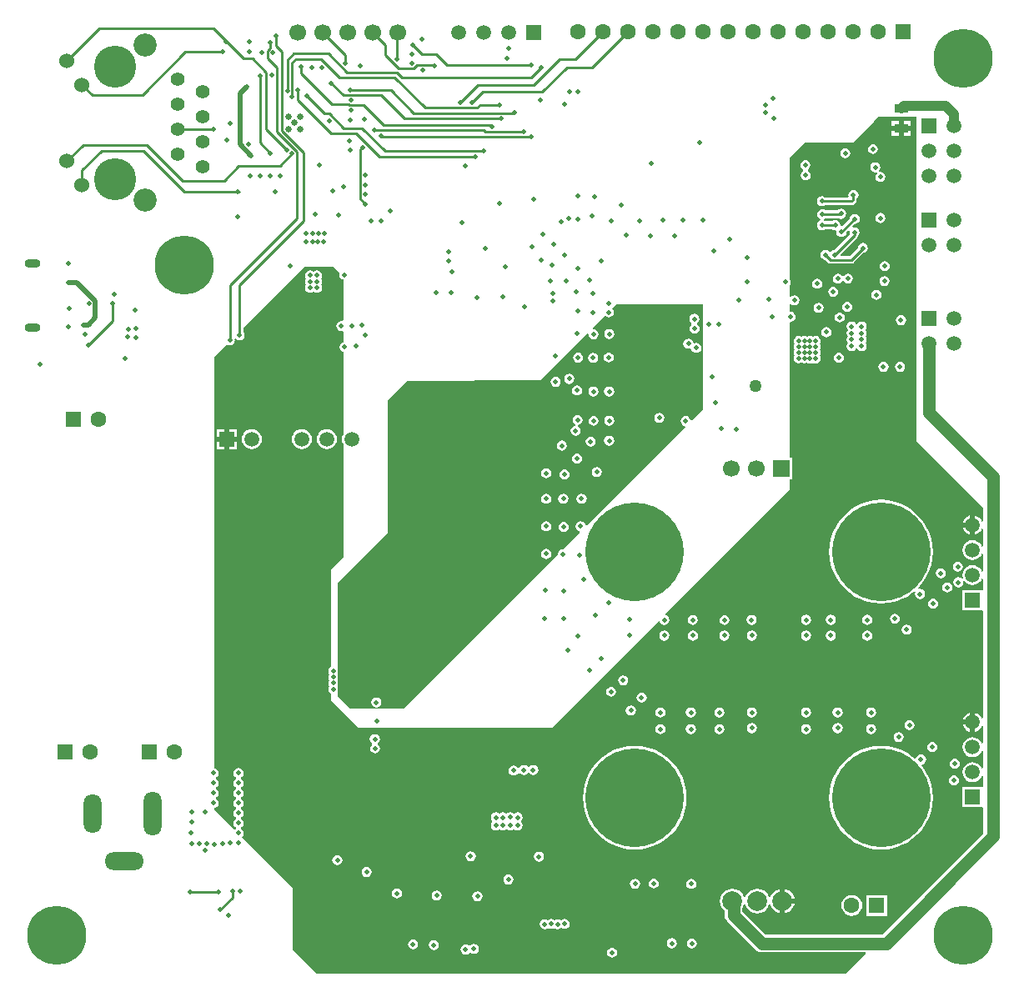
<source format=gbl>
G04*
G04 #@! TF.GenerationSoftware,Altium Limited,Altium Designer,22.2.1 (43)*
G04*
G04 Layer_Physical_Order=4*
G04 Layer_Color=16711680*
%FSAX24Y24*%
%MOIN*%
G70*
G04*
G04 #@! TF.SameCoordinates,9FECD9A3-9FBE-45D8-96C7-32EA53B7FBE5*
G04*
G04*
G04 #@! TF.FilePolarity,Positive*
G04*
G01*
G75*
%ADD11C,0.0100*%
%ADD164C,0.0400*%
%ADD165C,0.0200*%
%ADD166C,0.0600*%
%ADD167C,0.0500*%
%ADD178C,0.1680*%
%ADD179C,0.0927*%
%ADD180C,0.0550*%
%ADD181C,0.0602*%
%ADD182C,0.0630*%
%ADD183R,0.0630X0.0630*%
%ADD184C,0.0787*%
%ADD185C,0.3937*%
%ADD186R,0.0594X0.0594*%
%ADD187C,0.0594*%
%ADD188R,0.0669X0.0669*%
%ADD189C,0.0669*%
%ADD190C,0.2362*%
%ADD191C,0.0591*%
%ADD192R,0.0591X0.0591*%
%ADD193R,0.0591X0.0591*%
%ADD194O,0.0709X0.1772*%
%ADD195O,0.1575X0.0709*%
%ADD196O,0.0709X0.1575*%
%ADD197O,0.0630X0.0354*%
%ADD198C,0.0197*%
%ADD199C,0.0500*%
%ADD200C,0.0260*%
%ADD224R,0.0551X0.0374*%
G36*
X051290Y046110D02*
Y037070D01*
X053960Y034400D01*
Y033866D01*
X053910Y033856D01*
X053889Y033908D01*
X053825Y033991D01*
X053743Y034054D01*
X053646Y034094D01*
X053643Y034094D01*
Y033709D01*
Y033323D01*
X053646Y033324D01*
X053743Y033363D01*
X053825Y033427D01*
X053889Y033509D01*
X053910Y033561D01*
X053960Y033551D01*
Y032866D01*
X053910Y032856D01*
X053889Y032908D01*
X053825Y032991D01*
X053743Y033054D01*
X053646Y033094D01*
X053543Y033107D01*
X053440Y033094D01*
X053344Y033054D01*
X053261Y032991D01*
X053198Y032908D01*
X053158Y032812D01*
X053145Y032709D01*
X053158Y032605D01*
X053198Y032509D01*
X053261Y032427D01*
X053344Y032363D01*
X053440Y032324D01*
X053543Y032310D01*
X053646Y032324D01*
X053743Y032363D01*
X053825Y032427D01*
X053889Y032509D01*
X053910Y032561D01*
X053960Y032551D01*
Y031866D01*
X053910Y031856D01*
X053889Y031908D01*
X053825Y031991D01*
X053743Y032054D01*
X053646Y032094D01*
X053543Y032107D01*
X053440Y032094D01*
X053344Y032054D01*
X053261Y031991D01*
X053198Y031908D01*
X053158Y031812D01*
X053145Y031709D01*
X053158Y031605D01*
X053166Y031586D01*
X053122Y031562D01*
X053120Y031565D01*
X053055Y031609D01*
X052977Y031624D01*
X052900Y031609D01*
X052834Y031565D01*
X052790Y031499D01*
X052775Y031422D01*
X052790Y031344D01*
X052834Y031279D01*
X052900Y031235D01*
X052977Y031219D01*
X053055Y031235D01*
X053120Y031279D01*
X053164Y031344D01*
X053179Y031422D01*
X053172Y031462D01*
X053218Y031483D01*
X053261Y031427D01*
X053344Y031363D01*
X053440Y031324D01*
X053543Y031310D01*
X053646Y031324D01*
X053743Y031363D01*
X053825Y031427D01*
X053889Y031509D01*
X053910Y031561D01*
X053960Y031551D01*
Y031145D01*
X053939Y031104D01*
X053910Y031104D01*
X053148D01*
Y030313D01*
X053910D01*
X053939Y030313D01*
X053960Y030272D01*
Y025992D01*
X053910Y025982D01*
X053889Y026034D01*
X053825Y026117D01*
X053743Y026180D01*
X053646Y026220D01*
X053643Y026220D01*
Y025835D01*
Y025449D01*
X053646Y025450D01*
X053743Y025489D01*
X053825Y025553D01*
X053889Y025635D01*
X053910Y025687D01*
X053960Y025677D01*
Y024992D01*
X053910Y024982D01*
X053889Y025034D01*
X053825Y025117D01*
X053743Y025180D01*
X053646Y025220D01*
X053543Y025233D01*
X053440Y025220D01*
X053344Y025180D01*
X053261Y025117D01*
X053198Y025034D01*
X053158Y024938D01*
X053145Y024835D01*
X053158Y024731D01*
X053198Y024635D01*
X053261Y024553D01*
X053344Y024489D01*
X053440Y024450D01*
X053543Y024436D01*
X053646Y024450D01*
X053743Y024489D01*
X053825Y024553D01*
X053889Y024635D01*
X053910Y024687D01*
X053960Y024677D01*
Y023992D01*
X053910Y023982D01*
X053889Y024034D01*
X053825Y024117D01*
X053743Y024180D01*
X053646Y024220D01*
X053543Y024233D01*
X053440Y024220D01*
X053344Y024180D01*
X053261Y024117D01*
X053198Y024034D01*
X053158Y023938D01*
X053145Y023835D01*
X053158Y023731D01*
X053198Y023635D01*
X053261Y023553D01*
X053344Y023489D01*
X053440Y023450D01*
X053543Y023436D01*
X053646Y023450D01*
X053743Y023489D01*
X053825Y023553D01*
X053889Y023635D01*
X053910Y023687D01*
X053960Y023677D01*
Y023271D01*
X053939Y023230D01*
X053910Y023230D01*
X053148D01*
Y022439D01*
X053910D01*
X053939Y022439D01*
X053960Y022398D01*
Y021349D01*
X049944Y017333D01*
X045266D01*
X044342Y018257D01*
Y018393D01*
X044369Y018427D01*
X044411Y018528D01*
X044465D01*
X044506Y018427D01*
X044586Y018324D01*
X044689Y018245D01*
X044809Y018195D01*
X044938Y018178D01*
X045067Y018195D01*
X045187Y018245D01*
X045290Y018324D01*
X045369Y018427D01*
X045411Y018528D01*
X045465D01*
X045506Y018427D01*
X045586Y018324D01*
X045689Y018245D01*
X045809Y018195D01*
X045838Y018191D01*
Y018676D01*
Y019161D01*
X045809Y019157D01*
X045689Y019107D01*
X045586Y019028D01*
X045506Y018925D01*
X045465Y018824D01*
X045411D01*
X045369Y018925D01*
X045290Y019028D01*
X045187Y019107D01*
X045067Y019157D01*
X044938Y019174D01*
X044809Y019157D01*
X044689Y019107D01*
X044586Y019028D01*
X044506Y018925D01*
X044465Y018824D01*
X044411D01*
X044369Y018925D01*
X044290Y019028D01*
X044187Y019107D01*
X044067Y019157D01*
X043938Y019174D01*
X043809Y019157D01*
X043689Y019107D01*
X043586Y019028D01*
X043506Y018925D01*
X043457Y018805D01*
X043440Y018676D01*
X043457Y018547D01*
X043506Y018427D01*
X043586Y018324D01*
X043636Y018285D01*
Y018111D01*
X043648Y018019D01*
X043684Y017934D01*
X043740Y017861D01*
X044870Y016730D01*
X044870Y016730D01*
X044943Y016674D01*
X045029Y016639D01*
X045120Y016627D01*
X045120Y016627D01*
X049262D01*
X049281Y016581D01*
X048490Y015790D01*
X027290D01*
X026350Y016730D01*
Y019220D01*
X024339Y021214D01*
X024343Y021257D01*
X024387Y021323D01*
X024402Y021400D01*
X024387Y021477D01*
X024343Y021543D01*
X024302Y021571D01*
Y021629D01*
X024343Y021657D01*
X024387Y021723D01*
X024402Y021800D01*
X024387Y021877D01*
X024343Y021943D01*
X024302Y021971D01*
Y022029D01*
X024343Y022057D01*
X024387Y022123D01*
X024402Y022200D01*
X024387Y022277D01*
X024343Y022343D01*
X024302Y022371D01*
Y022429D01*
X024343Y022457D01*
X024387Y022523D01*
X024402Y022600D01*
X024387Y022677D01*
X024343Y022743D01*
X024302Y022771D01*
Y022829D01*
X024343Y022857D01*
X024387Y022923D01*
X024402Y023000D01*
X024387Y023077D01*
X024343Y023143D01*
X024302Y023171D01*
Y023229D01*
X024343Y023257D01*
X024387Y023323D01*
X024402Y023400D01*
X024387Y023477D01*
X024343Y023543D01*
X024302Y023571D01*
Y023629D01*
X024343Y023657D01*
X024387Y023723D01*
X024402Y023800D01*
X024387Y023877D01*
X024343Y023943D01*
X024277Y023987D01*
X024200Y024002D01*
X024123Y023987D01*
X024057Y023943D01*
X024013Y023877D01*
X023998Y023800D01*
X024013Y023723D01*
X024057Y023657D01*
X024098Y023629D01*
Y023571D01*
X024057Y023543D01*
X024013Y023477D01*
X023998Y023400D01*
X024013Y023323D01*
X024057Y023257D01*
X024098Y023229D01*
Y023171D01*
X024057Y023143D01*
X024013Y023077D01*
X023998Y023000D01*
X024013Y022923D01*
X024057Y022857D01*
X024098Y022829D01*
Y022771D01*
X024057Y022743D01*
X024013Y022677D01*
X023998Y022600D01*
X024013Y022523D01*
X024057Y022457D01*
X024098Y022429D01*
Y022371D01*
X024057Y022343D01*
X024013Y022277D01*
X023998Y022200D01*
X024013Y022123D01*
X024057Y022057D01*
X024098Y022029D01*
Y021971D01*
X024057Y021943D01*
X024013Y021877D01*
X023998Y021800D01*
X024013Y021723D01*
X024057Y021657D01*
X024098Y021629D01*
Y021571D01*
X024057Y021543D01*
X024012Y021539D01*
X023220Y022324D01*
Y022402D01*
X023277Y022413D01*
X023343Y022457D01*
X023387Y022523D01*
X023402Y022600D01*
X023387Y022677D01*
X023343Y022743D01*
X023302Y022771D01*
Y022829D01*
X023343Y022857D01*
X023387Y022923D01*
X023402Y023000D01*
X023387Y023077D01*
X023343Y023143D01*
X023302Y023171D01*
Y023229D01*
X023343Y023257D01*
X023387Y023323D01*
X023402Y023400D01*
X023387Y023477D01*
X023343Y023543D01*
X023302Y023571D01*
Y023629D01*
X023343Y023657D01*
X023387Y023723D01*
X023402Y023800D01*
X023387Y023877D01*
X023343Y023943D01*
X023277Y023987D01*
X023220Y023998D01*
Y040430D01*
X023728Y040938D01*
X023773Y040908D01*
X023851Y040892D01*
X023928Y040908D01*
X023994Y040951D01*
X024038Y041017D01*
X024053Y041094D01*
X024042Y041151D01*
X024089Y041170D01*
X024099Y041155D01*
X024165Y041112D01*
X024242Y041096D01*
X024319Y041112D01*
X024385Y041155D01*
X024429Y041221D01*
X024444Y041298D01*
X024429Y041376D01*
X024395Y041427D01*
Y041605D01*
X026830Y044040D01*
X027540Y044050D01*
X028010D01*
X028245Y043815D01*
X028234Y043798D01*
X028218Y043721D01*
X028234Y043643D01*
X028277Y043577D01*
X028343Y043534D01*
X028390Y043524D01*
Y041907D01*
X028340Y041866D01*
X028310Y041872D01*
X028233Y041857D01*
X028167Y041813D01*
X028123Y041747D01*
X028108Y041670D01*
X028123Y041593D01*
X028167Y041527D01*
X028233Y041483D01*
X028310Y041468D01*
X028340Y041474D01*
X028390Y041433D01*
Y041022D01*
X028365Y041017D01*
X028299Y040973D01*
X028255Y040908D01*
X028240Y040830D01*
X028255Y040753D01*
X028299Y040687D01*
X028365Y040643D01*
X028390Y040638D01*
X028390Y037359D01*
X028383Y037350D01*
X028343Y037254D01*
X028330Y037150D01*
X028343Y037046D01*
X028383Y036950D01*
X028390Y036941D01*
Y032450D01*
X027890Y031950D01*
Y028032D01*
X027847Y028003D01*
X027803Y027937D01*
X027788Y027860D01*
X027803Y027783D01*
X027828Y027745D01*
X027803Y027707D01*
X027788Y027630D01*
X027803Y027553D01*
X027828Y027515D01*
X027803Y027477D01*
X027788Y027400D01*
X027803Y027323D01*
X027835Y027275D01*
X027803Y027227D01*
X027788Y027150D01*
X027803Y027073D01*
X027847Y027007D01*
X027890Y026978D01*
Y026700D01*
X028970Y025620D01*
X036722D01*
X040982Y029879D01*
X041029Y029865D01*
X041034Y029844D01*
X041077Y029778D01*
X041143Y029734D01*
X041220Y029719D01*
X041298Y029734D01*
X041364Y029778D01*
X041407Y029844D01*
X041423Y029921D01*
X041407Y029999D01*
X041364Y030064D01*
X041298Y030108D01*
X041277Y030112D01*
X041263Y030160D01*
X046230Y035128D01*
Y035525D01*
X046325D01*
Y036395D01*
X046230D01*
Y041813D01*
X046269Y041844D01*
X046272Y041844D01*
X046350Y041859D01*
X046415Y041903D01*
X046459Y041968D01*
X046475Y042046D01*
X046459Y042123D01*
X046415Y042189D01*
X046350Y042233D01*
X046272Y042248D01*
X046269Y042247D01*
X046230Y042279D01*
Y042537D01*
X046264Y042551D01*
X046280Y042555D01*
X046343Y042513D01*
X046420Y042498D01*
X046497Y042513D01*
X046563Y042557D01*
X046607Y042623D01*
X046622Y042700D01*
X046607Y042777D01*
X046563Y042843D01*
X046497Y042887D01*
X046420Y042902D01*
X046343Y042887D01*
X046280Y042845D01*
X046264Y042849D01*
X046230Y042863D01*
Y043312D01*
X046257Y043353D01*
X046272Y043430D01*
X046257Y043507D01*
X046230Y043548D01*
Y048400D01*
X046880Y049020D01*
X048790D01*
X049610Y049840D01*
Y049880D01*
X049770Y050040D01*
X051290D01*
Y046110D01*
D02*
G37*
G36*
X042760Y038330D02*
X042322Y037892D01*
X042268Y037909D01*
X042259Y037953D01*
X042215Y038019D01*
X042150Y038063D01*
X042072Y038078D01*
X041995Y038063D01*
X041929Y038019D01*
X041885Y037953D01*
X041870Y037876D01*
X041885Y037798D01*
X041929Y037733D01*
X041995Y037689D01*
X042039Y037680D01*
X042056Y037626D01*
X038121Y033691D01*
X038067Y033708D01*
X038061Y033739D01*
X038017Y033804D01*
X037951Y033848D01*
X037874Y033864D01*
X037797Y033848D01*
X037731Y033804D01*
X037687Y033739D01*
X037672Y033661D01*
X037687Y033584D01*
X037731Y033518D01*
X037797Y033475D01*
X037828Y033468D01*
X037844Y033414D01*
X037185Y032755D01*
X037177Y032756D01*
X037099Y032741D01*
X037034Y032697D01*
X036990Y032631D01*
X036974Y032554D01*
X036976Y032546D01*
X030790Y026360D01*
X028650Y026360D01*
X028150Y026860D01*
Y031380D01*
X030170Y033400D01*
Y038700D01*
X030950Y039480D01*
X036275Y039505D01*
X038147Y041377D01*
X038194Y041353D01*
X038191Y041339D01*
X038206Y041262D01*
X038250Y041196D01*
X038316Y041152D01*
X038393Y041137D01*
X038471Y041152D01*
X038536Y041196D01*
X038580Y041262D01*
X038595Y041339D01*
X038580Y041417D01*
X038536Y041482D01*
X038471Y041526D01*
X038393Y041542D01*
X038380Y041539D01*
X038355Y041585D01*
X038843Y042073D01*
X038855Y042072D01*
X038921Y042028D01*
X038998Y042013D01*
X039076Y042028D01*
X039141Y042072D01*
X039185Y042138D01*
X039200Y042215D01*
X039185Y042293D01*
X039141Y042358D01*
X039140Y042370D01*
X039300Y042530D01*
X042760D01*
X042760Y038330D01*
D02*
G37*
%LPC*%
G36*
X051066Y049863D02*
X050790D01*
Y049676D01*
X051066D01*
Y049863D01*
D02*
G37*
G36*
X050590D02*
X050314D01*
Y049676D01*
X050590D01*
Y049863D01*
D02*
G37*
G36*
X051066Y049476D02*
X050790D01*
Y049289D01*
X051066D01*
Y049476D01*
D02*
G37*
G36*
X050590D02*
X050314D01*
Y049289D01*
X050590D01*
Y049476D01*
D02*
G37*
G36*
X049560Y048948D02*
X049483Y048932D01*
X049417Y048888D01*
X049373Y048823D01*
X049358Y048745D01*
X049373Y048668D01*
X049417Y048602D01*
X049483Y048558D01*
X049560Y048543D01*
X049637Y048558D01*
X049703Y048602D01*
X049747Y048668D01*
X049762Y048745D01*
X049747Y048823D01*
X049703Y048888D01*
X049637Y048932D01*
X049560Y048948D01*
D02*
G37*
G36*
X048455Y048780D02*
X048377Y048765D01*
X048312Y048721D01*
X048268Y048656D01*
X048252Y048578D01*
X048268Y048501D01*
X048312Y048435D01*
X048377Y048391D01*
X048455Y048376D01*
X048532Y048391D01*
X048598Y048435D01*
X048642Y048501D01*
X048657Y048578D01*
X048642Y048656D01*
X048598Y048721D01*
X048532Y048765D01*
X048455Y048780D01*
D02*
G37*
G36*
X046860Y048312D02*
X046783Y048297D01*
X046717Y048253D01*
X046673Y048187D01*
X046658Y048110D01*
X046673Y048033D01*
X046717Y047967D01*
X046772Y047930D01*
X046776Y047890D01*
X046773Y047874D01*
X046727Y047843D01*
X046683Y047777D01*
X046668Y047700D01*
X046683Y047623D01*
X046727Y047557D01*
X046793Y047513D01*
X046870Y047498D01*
X046947Y047513D01*
X047013Y047557D01*
X047057Y047623D01*
X047072Y047700D01*
X047057Y047777D01*
X047013Y047843D01*
X046958Y047880D01*
X046954Y047920D01*
X046957Y047936D01*
X047003Y047967D01*
X047047Y048033D01*
X047062Y048110D01*
X047047Y048187D01*
X047003Y048253D01*
X046937Y048297D01*
X046860Y048312D01*
D02*
G37*
G36*
X049655Y048221D02*
X049577Y048205D01*
X049512Y048161D01*
X049468Y048096D01*
X049452Y048018D01*
X049468Y047941D01*
X049512Y047875D01*
X049577Y047831D01*
X049655Y047816D01*
X049706Y047826D01*
X049726Y047779D01*
X049717Y047773D01*
X049673Y047707D01*
X049658Y047630D01*
X049673Y047553D01*
X049717Y047487D01*
X049783Y047443D01*
X049860Y047428D01*
X049937Y047443D01*
X050003Y047487D01*
X050047Y047553D01*
X050062Y047630D01*
X050047Y047707D01*
X050003Y047773D01*
X049937Y047817D01*
X049860Y047832D01*
X049808Y047822D01*
X049789Y047869D01*
X049798Y047875D01*
X049842Y047941D01*
X049857Y048018D01*
X049842Y048096D01*
X049798Y048161D01*
X049732Y048205D01*
X049655Y048221D01*
D02*
G37*
G36*
X048780Y047112D02*
X048703Y047097D01*
X048637Y047053D01*
X048593Y046987D01*
X048578Y046910D01*
X048587Y046863D01*
X048551Y046813D01*
X047648D01*
X047597Y046847D01*
X047520Y046862D01*
X047443Y046847D01*
X047377Y046803D01*
X047333Y046737D01*
X047318Y046660D01*
X047333Y046583D01*
X047377Y046517D01*
X047443Y046473D01*
X047520Y046458D01*
X047597Y046473D01*
X047648Y046507D01*
X048711D01*
X048770Y046519D01*
X048820Y046552D01*
X048870Y046602D01*
X048903Y046652D01*
X048914Y046710D01*
Y046761D01*
X048923Y046767D01*
X048967Y046833D01*
X048982Y046910D01*
X048967Y046987D01*
X048923Y047053D01*
X048857Y047097D01*
X048780Y047112D01*
D02*
G37*
G36*
X048288Y046360D02*
X048210Y046345D01*
X048145Y046301D01*
X048139Y046293D01*
X047656D01*
X047605Y046327D01*
X047528Y046342D01*
X047450Y046327D01*
X047385Y046283D01*
X047341Y046217D01*
X047325Y046140D01*
X047341Y046063D01*
X047385Y045997D01*
X047450Y045953D01*
X047460Y045951D01*
Y045900D01*
X047443Y045897D01*
X047377Y045853D01*
X047333Y045787D01*
X047318Y045710D01*
X047333Y045633D01*
X047377Y045567D01*
X047443Y045523D01*
X047520Y045508D01*
X047597Y045523D01*
X047648Y045557D01*
X047922D01*
X047973Y045523D01*
X048050Y045508D01*
X048058Y045509D01*
X048100Y045467D01*
X048093Y045430D01*
X048109Y045353D01*
X048152Y045287D01*
X048218Y045243D01*
X048295Y045228D01*
X048373Y045243D01*
X048438Y045287D01*
X048482Y045353D01*
X048492Y045403D01*
X048581Y045492D01*
X048627Y045467D01*
X048618Y045420D01*
X048633Y045343D01*
X048635Y045340D01*
X048015Y044720D01*
X047955Y044708D01*
X047889Y044664D01*
X047871Y044637D01*
X047821D01*
X047803Y044663D01*
X047738Y044707D01*
X047660Y044722D01*
X047583Y044707D01*
X047517Y044663D01*
X047473Y044597D01*
X047458Y044520D01*
X047473Y044442D01*
X047517Y044377D01*
X047583Y044333D01*
X047643Y044321D01*
X047752Y044212D01*
X047801Y044179D01*
X047860Y044167D01*
X048690D01*
X048749Y044179D01*
X048798Y044212D01*
X049177Y044591D01*
X049237Y044603D01*
X049303Y044647D01*
X049347Y044713D01*
X049362Y044790D01*
X049347Y044867D01*
X049303Y044933D01*
X049237Y044977D01*
X049160Y044992D01*
X049083Y044977D01*
X049017Y044933D01*
X048973Y044867D01*
X048961Y044807D01*
X048627Y044473D01*
X048271D01*
X048250Y044523D01*
X048937Y045210D01*
X048970Y045260D01*
X048978Y045299D01*
X049007Y045343D01*
X049022Y045420D01*
X049007Y045497D01*
X048963Y045563D01*
X048897Y045607D01*
X048820Y045622D01*
X048773Y045613D01*
X048748Y045659D01*
X048838Y045749D01*
X048907Y045763D01*
X048973Y045807D01*
X049017Y045873D01*
X049032Y045950D01*
X049017Y046027D01*
X048973Y046093D01*
X048907Y046137D01*
X048830Y046152D01*
X048753Y046137D01*
X048687Y046093D01*
X048643Y046027D01*
X048633Y045977D01*
X048312Y045656D01*
X048289Y045656D01*
X048251Y045701D01*
X048252Y045710D01*
X048237Y045787D01*
X048193Y045853D01*
X048127Y045897D01*
X048050Y045912D01*
X047973Y045897D01*
X047922Y045863D01*
X047648D01*
X047597Y045897D01*
X047588Y045899D01*
Y045950D01*
X047605Y045953D01*
X047656Y045987D01*
X048186D01*
X048210Y045971D01*
X048288Y045955D01*
X048365Y045971D01*
X048431Y046015D01*
X048475Y046080D01*
X048490Y046158D01*
X048475Y046235D01*
X048431Y046301D01*
X048365Y046345D01*
X048288Y046360D01*
D02*
G37*
G36*
X049860Y046192D02*
X049783Y046177D01*
X049717Y046133D01*
X049673Y046067D01*
X049658Y045990D01*
X049673Y045913D01*
X049717Y045847D01*
X049783Y045803D01*
X049860Y045788D01*
X049937Y045803D01*
X050003Y045847D01*
X050047Y045913D01*
X050062Y045990D01*
X050047Y046067D01*
X050003Y046133D01*
X049937Y046177D01*
X049860Y046192D01*
D02*
G37*
G36*
X050030Y044272D02*
X049953Y044257D01*
X049887Y044213D01*
X049843Y044147D01*
X049828Y044070D01*
X049843Y043993D01*
X049887Y043927D01*
X049953Y043883D01*
X050030Y043868D01*
X050107Y043883D01*
X050173Y043927D01*
X050217Y043993D01*
X050232Y044070D01*
X050217Y044147D01*
X050173Y044213D01*
X050107Y044257D01*
X050030Y044272D01*
D02*
G37*
G36*
X027330Y043902D02*
X027253Y043887D01*
X027195Y043848D01*
X027137Y043887D01*
X027060Y043902D01*
X026983Y043887D01*
X026917Y043843D01*
X026873Y043777D01*
X026858Y043700D01*
X026873Y043623D01*
X026905Y043575D01*
X026873Y043527D01*
X026858Y043450D01*
X026873Y043373D01*
X026905Y043325D01*
X026873Y043277D01*
X026858Y043200D01*
X026873Y043123D01*
X026917Y043057D01*
X026983Y043013D01*
X027060Y042998D01*
X027137Y043013D01*
X027195Y043052D01*
X027253Y043013D01*
X027330Y042998D01*
X027407Y043013D01*
X027473Y043057D01*
X027517Y043123D01*
X027532Y043200D01*
X027517Y043277D01*
X027485Y043325D01*
X027517Y043373D01*
X027532Y043450D01*
X027517Y043527D01*
X027485Y043575D01*
X027517Y043623D01*
X027532Y043700D01*
X027517Y043777D01*
X027473Y043843D01*
X027407Y043887D01*
X027330Y043902D01*
D02*
G37*
G36*
X048560Y043772D02*
X048483Y043757D01*
X048417Y043713D01*
X048387Y043668D01*
X048330Y043664D01*
X048329Y043664D01*
X048303Y043703D01*
X048237Y043747D01*
X048160Y043762D01*
X048083Y043747D01*
X048017Y043703D01*
X047973Y043637D01*
X047958Y043560D01*
X047973Y043483D01*
X048017Y043417D01*
X048083Y043373D01*
X048160Y043358D01*
X048237Y043373D01*
X048303Y043417D01*
X048333Y043462D01*
X048390Y043466D01*
X048391Y043466D01*
X048417Y043427D01*
X048483Y043383D01*
X048560Y043368D01*
X048637Y043383D01*
X048703Y043427D01*
X048747Y043493D01*
X048762Y043570D01*
X048747Y043647D01*
X048703Y043713D01*
X048637Y043757D01*
X048560Y043772D01*
D02*
G37*
G36*
X050020Y043672D02*
X049943Y043657D01*
X049877Y043613D01*
X049833Y043547D01*
X049818Y043470D01*
X049833Y043393D01*
X049877Y043327D01*
X049943Y043283D01*
X050020Y043268D01*
X050097Y043283D01*
X050163Y043327D01*
X050207Y043393D01*
X050222Y043470D01*
X050207Y043547D01*
X050163Y043613D01*
X050097Y043657D01*
X050020Y043672D01*
D02*
G37*
G36*
X047330Y043562D02*
X047253Y043547D01*
X047187Y043503D01*
X047143Y043437D01*
X047128Y043360D01*
X047143Y043283D01*
X047187Y043217D01*
X047253Y043173D01*
X047330Y043158D01*
X047407Y043173D01*
X047473Y043217D01*
X047517Y043283D01*
X047532Y043360D01*
X047517Y043437D01*
X047473Y043503D01*
X047407Y043547D01*
X047330Y043562D01*
D02*
G37*
G36*
X047970Y043242D02*
X047893Y043227D01*
X047827Y043183D01*
X047783Y043117D01*
X047768Y043040D01*
X047783Y042963D01*
X047827Y042897D01*
X047893Y042853D01*
X047970Y042838D01*
X048047Y042853D01*
X048113Y042897D01*
X048157Y042963D01*
X048172Y043040D01*
X048157Y043117D01*
X048113Y043183D01*
X048047Y043227D01*
X047970Y043242D01*
D02*
G37*
G36*
X049700Y043122D02*
X049623Y043107D01*
X049557Y043063D01*
X049513Y042997D01*
X049498Y042920D01*
X049513Y042843D01*
X049557Y042777D01*
X049623Y042733D01*
X049700Y042718D01*
X049777Y042733D01*
X049843Y042777D01*
X049887Y042843D01*
X049902Y042920D01*
X049887Y042997D01*
X049843Y043063D01*
X049777Y043107D01*
X049700Y043122D01*
D02*
G37*
G36*
X048530Y042642D02*
X048453Y042627D01*
X048387Y042583D01*
X048343Y042517D01*
X048328Y042440D01*
X048343Y042363D01*
X048387Y042297D01*
X048453Y042253D01*
X048530Y042238D01*
X048607Y042253D01*
X048673Y042297D01*
X048717Y042363D01*
X048732Y042440D01*
X048717Y042517D01*
X048673Y042583D01*
X048607Y042627D01*
X048530Y042642D01*
D02*
G37*
G36*
X047390Y042602D02*
X047313Y042587D01*
X047247Y042543D01*
X047203Y042477D01*
X047188Y042400D01*
X047203Y042323D01*
X047247Y042257D01*
X047313Y042213D01*
X047390Y042198D01*
X047467Y042213D01*
X047533Y042257D01*
X047577Y042323D01*
X047592Y042400D01*
X047577Y042477D01*
X047533Y042543D01*
X047467Y042587D01*
X047390Y042602D01*
D02*
G37*
G36*
X048231Y042217D02*
X048154Y042201D01*
X048088Y042157D01*
X048044Y042092D01*
X048029Y042014D01*
X048044Y041937D01*
X048088Y041871D01*
X048154Y041827D01*
X048231Y041812D01*
X048309Y041827D01*
X048374Y041871D01*
X048418Y041937D01*
X048433Y042014D01*
X048418Y042092D01*
X048374Y042157D01*
X048309Y042201D01*
X048231Y042217D01*
D02*
G37*
G36*
X049110Y041857D02*
X049033Y041841D01*
X048967Y041797D01*
X048939Y041756D01*
X048881D01*
X048853Y041797D01*
X048787Y041841D01*
X048710Y041857D01*
X048633Y041841D01*
X048567Y041797D01*
X048523Y041732D01*
X048508Y041654D01*
X048523Y041577D01*
X048560Y041522D01*
X048523Y041467D01*
X048508Y041390D01*
X048523Y041313D01*
X048560Y041258D01*
X048523Y041203D01*
X048508Y041126D01*
X048523Y041048D01*
X048560Y040994D01*
X048523Y040939D01*
X048508Y040862D01*
X048523Y040784D01*
X048567Y040718D01*
X048633Y040675D01*
X048710Y040659D01*
X048787Y040675D01*
X048853Y040718D01*
X048881Y040760D01*
X048939D01*
X048967Y040718D01*
X049033Y040675D01*
X049110Y040659D01*
X049187Y040675D01*
X049253Y040718D01*
X049297Y040784D01*
X049312Y040862D01*
X049297Y040939D01*
X049260Y040994D01*
X049297Y041048D01*
X049312Y041126D01*
X049297Y041203D01*
X049260Y041258D01*
X049297Y041313D01*
X049312Y041390D01*
X049297Y041467D01*
X049260Y041522D01*
X049297Y041577D01*
X049312Y041654D01*
X049297Y041732D01*
X049253Y041797D01*
X049187Y041841D01*
X049110Y041857D01*
D02*
G37*
G36*
X050681Y042107D02*
X050604Y042091D01*
X050538Y042047D01*
X050494Y041982D01*
X050479Y041904D01*
X050494Y041827D01*
X050538Y041761D01*
X050604Y041717D01*
X050681Y041702D01*
X050759Y041717D01*
X050824Y041761D01*
X050868Y041827D01*
X050883Y041904D01*
X050868Y041982D01*
X050824Y042047D01*
X050759Y042091D01*
X050681Y042107D01*
D02*
G37*
G36*
X047272Y041278D02*
X047195Y041263D01*
X047157Y041238D01*
X047120Y041263D01*
X047042Y041278D01*
X046965Y041263D01*
X046932Y041241D01*
X046900Y041263D01*
X046822Y041278D01*
X046745Y041263D01*
X046707Y041238D01*
X046670Y041263D01*
X046592Y041278D01*
X046515Y041263D01*
X046449Y041219D01*
X046405Y041153D01*
X046390Y041076D01*
X046405Y040998D01*
X046430Y040961D01*
X046405Y040923D01*
X046390Y040846D01*
X046405Y040768D01*
X046430Y040731D01*
X046405Y040693D01*
X046390Y040616D01*
X046405Y040538D01*
X046430Y040501D01*
X046405Y040463D01*
X046390Y040386D01*
X046405Y040308D01*
X046449Y040243D01*
X046515Y040199D01*
X046592Y040184D01*
X046670Y040199D01*
X046707Y040224D01*
X046745Y040199D01*
X046822Y040184D01*
X046900Y040199D01*
X046925Y040216D01*
X046965Y040189D01*
X047042Y040174D01*
X047120Y040189D01*
X047157Y040214D01*
X047195Y040189D01*
X047272Y040174D01*
X047350Y040189D01*
X047415Y040233D01*
X047459Y040298D01*
X047475Y040376D01*
X047459Y040453D01*
X047434Y040491D01*
X047459Y040528D01*
X047475Y040606D01*
X047459Y040683D01*
X047431Y040726D01*
X047459Y040768D01*
X047475Y040846D01*
X047459Y040923D01*
X047434Y040961D01*
X047459Y040998D01*
X047475Y041076D01*
X047459Y041153D01*
X047415Y041219D01*
X047350Y041263D01*
X047272Y041278D01*
D02*
G37*
G36*
X047701Y041627D02*
X047624Y041611D01*
X047558Y041567D01*
X047514Y041502D01*
X047499Y041424D01*
X047514Y041347D01*
X047558Y041281D01*
X047624Y041237D01*
X047701Y041222D01*
X047779Y041237D01*
X047844Y041281D01*
X047888Y041347D01*
X047903Y041424D01*
X047888Y041502D01*
X047844Y041567D01*
X047779Y041611D01*
X047701Y041627D01*
D02*
G37*
G36*
X048201Y040607D02*
X048124Y040591D01*
X048058Y040547D01*
X048014Y040482D01*
X047999Y040404D01*
X048014Y040327D01*
X048058Y040261D01*
X048124Y040217D01*
X048201Y040202D01*
X048279Y040217D01*
X048344Y040261D01*
X048388Y040327D01*
X048403Y040404D01*
X048388Y040482D01*
X048344Y040547D01*
X048279Y040591D01*
X048201Y040607D01*
D02*
G37*
G36*
X050641Y040247D02*
X050564Y040231D01*
X050498Y040187D01*
X050454Y040122D01*
X050439Y040044D01*
X050454Y039967D01*
X050498Y039901D01*
X050564Y039857D01*
X050641Y039842D01*
X050719Y039857D01*
X050784Y039901D01*
X050828Y039967D01*
X050843Y040044D01*
X050828Y040122D01*
X050784Y040187D01*
X050719Y040231D01*
X050641Y040247D01*
D02*
G37*
G36*
X049981D02*
X049904Y040231D01*
X049838Y040187D01*
X049794Y040122D01*
X049779Y040044D01*
X049794Y039967D01*
X049838Y039901D01*
X049904Y039857D01*
X049981Y039842D01*
X050059Y039857D01*
X050124Y039901D01*
X050168Y039967D01*
X050183Y040044D01*
X050168Y040122D01*
X050124Y040187D01*
X050059Y040231D01*
X049981Y040247D01*
D02*
G37*
G36*
X024127Y037547D02*
X023830D01*
Y037250D01*
X024127D01*
Y037547D01*
D02*
G37*
G36*
X023630D02*
X023333D01*
Y037250D01*
X023630D01*
Y037547D01*
D02*
G37*
G36*
X024127Y037050D02*
X023830D01*
Y036753D01*
X024127D01*
Y037050D01*
D02*
G37*
G36*
X023630D02*
X023333D01*
Y036753D01*
X023630D01*
Y037050D01*
D02*
G37*
G36*
X027730Y037550D02*
X027626Y037537D01*
X027530Y037497D01*
X027447Y037433D01*
X027383Y037350D01*
X027343Y037254D01*
X027330Y037150D01*
X027343Y037046D01*
X027383Y036950D01*
X027447Y036867D01*
X027530Y036803D01*
X027626Y036763D01*
X027730Y036750D01*
X027834Y036763D01*
X027930Y036803D01*
X028013Y036867D01*
X028077Y036950D01*
X028117Y037046D01*
X028130Y037150D01*
X028117Y037254D01*
X028077Y037350D01*
X028013Y037433D01*
X027930Y037497D01*
X027834Y037537D01*
X027730Y037550D01*
D02*
G37*
G36*
X026730D02*
X026626Y037537D01*
X026530Y037497D01*
X026447Y037433D01*
X026383Y037350D01*
X026343Y037254D01*
X026330Y037150D01*
X026343Y037046D01*
X026383Y036950D01*
X026447Y036867D01*
X026530Y036803D01*
X026626Y036763D01*
X026730Y036750D01*
X026834Y036763D01*
X026930Y036803D01*
X027013Y036867D01*
X027077Y036950D01*
X027117Y037046D01*
X027130Y037150D01*
X027117Y037254D01*
X027077Y037350D01*
X027013Y037433D01*
X026930Y037497D01*
X026834Y037537D01*
X026730Y037550D01*
D02*
G37*
G36*
X024730D02*
X024626Y037537D01*
X024530Y037497D01*
X024447Y037433D01*
X024383Y037350D01*
X024343Y037254D01*
X024330Y037150D01*
X024343Y037046D01*
X024383Y036950D01*
X024447Y036867D01*
X024530Y036803D01*
X024626Y036763D01*
X024730Y036750D01*
X024834Y036763D01*
X024930Y036803D01*
X025013Y036867D01*
X025077Y036950D01*
X025117Y037046D01*
X025130Y037150D01*
X025117Y037254D01*
X025077Y037350D01*
X025013Y037433D01*
X024930Y037497D01*
X024834Y037537D01*
X024730Y037550D01*
D02*
G37*
G36*
X053443Y034094D02*
X053440Y034094D01*
X053344Y034054D01*
X053261Y033991D01*
X053198Y033908D01*
X053158Y033812D01*
X053158Y033809D01*
X053443D01*
Y034094D01*
D02*
G37*
G36*
Y033609D02*
X053158D01*
X053158Y033605D01*
X053198Y033509D01*
X053261Y033427D01*
X053344Y033363D01*
X053440Y033324D01*
X053443Y033323D01*
Y033609D01*
D02*
G37*
G36*
X052953Y032250D02*
X052875Y032234D01*
X052810Y032190D01*
X052766Y032125D01*
X052750Y032047D01*
X052766Y031970D01*
X052810Y031904D01*
X052875Y031860D01*
X052953Y031845D01*
X053030Y031860D01*
X053096Y031904D01*
X053140Y031970D01*
X053155Y032047D01*
X053140Y032125D01*
X053096Y032190D01*
X053030Y032234D01*
X052953Y032250D01*
D02*
G37*
G36*
X052271Y031988D02*
X052194Y031973D01*
X052128Y031929D01*
X052085Y031863D01*
X052069Y031786D01*
X052085Y031708D01*
X052128Y031643D01*
X052194Y031599D01*
X052271Y031583D01*
X052349Y031599D01*
X052415Y031643D01*
X052458Y031708D01*
X052474Y031786D01*
X052458Y031863D01*
X052415Y031929D01*
X052349Y031973D01*
X052271Y031988D01*
D02*
G37*
G36*
X052535Y031420D02*
X052458Y031404D01*
X052392Y031361D01*
X052348Y031295D01*
X052333Y031217D01*
X052348Y031140D01*
X052392Y031074D01*
X052458Y031031D01*
X052535Y031015D01*
X052613Y031031D01*
X052678Y031074D01*
X052722Y031140D01*
X052737Y031217D01*
X052722Y031295D01*
X052678Y031361D01*
X052613Y031404D01*
X052535Y031420D01*
D02*
G37*
G36*
X049883Y034725D02*
X049612Y034708D01*
X049346Y034655D01*
X049089Y034568D01*
X048846Y034448D01*
X048621Y034297D01*
X048417Y034118D01*
X048238Y033914D01*
X048087Y033689D01*
X047967Y033446D01*
X047880Y033189D01*
X047827Y032923D01*
X047810Y032653D01*
X047827Y032382D01*
X047880Y032116D01*
X047967Y031859D01*
X048087Y031616D01*
X048238Y031391D01*
X048417Y031187D01*
X048621Y031008D01*
X048846Y030857D01*
X049089Y030737D01*
X049346Y030650D01*
X049612Y030597D01*
X049883Y030580D01*
X050153Y030597D01*
X050419Y030650D01*
X050676Y030737D01*
X050919Y030857D01*
X051144Y031008D01*
X051226Y031079D01*
X051264Y031046D01*
X051256Y031035D01*
X051241Y030957D01*
X051256Y030880D01*
X051300Y030814D01*
X051366Y030771D01*
X051443Y030755D01*
X051521Y030771D01*
X051586Y030814D01*
X051630Y030880D01*
X051646Y030957D01*
X051630Y031035D01*
X051586Y031101D01*
X051521Y031144D01*
X051443Y031160D01*
X051379Y031147D01*
X051357Y031176D01*
X051352Y031190D01*
X051527Y031391D01*
X051678Y031616D01*
X051798Y031859D01*
X051885Y032116D01*
X051938Y032382D01*
X051955Y032653D01*
X051938Y032923D01*
X051885Y033189D01*
X051798Y033446D01*
X051678Y033689D01*
X051527Y033914D01*
X051348Y034118D01*
X051144Y034297D01*
X050919Y034448D01*
X050676Y034568D01*
X050419Y034655D01*
X050153Y034708D01*
X049883Y034725D01*
D02*
G37*
G36*
X051963Y030777D02*
X051886Y030762D01*
X051820Y030718D01*
X051776Y030652D01*
X051761Y030575D01*
X051776Y030498D01*
X051820Y030432D01*
X051886Y030388D01*
X051963Y030373D01*
X052041Y030388D01*
X052106Y030432D01*
X052150Y030498D01*
X052166Y030575D01*
X052150Y030652D01*
X052106Y030718D01*
X052041Y030762D01*
X051963Y030777D01*
D02*
G37*
G36*
X050437Y030172D02*
X050359Y030156D01*
X050294Y030113D01*
X050250Y030047D01*
X050234Y029970D01*
X050250Y029892D01*
X050294Y029826D01*
X050359Y029783D01*
X050437Y029767D01*
X050514Y029783D01*
X050580Y029826D01*
X050624Y029892D01*
X050639Y029970D01*
X050624Y030047D01*
X050580Y030113D01*
X050514Y030156D01*
X050437Y030172D01*
D02*
G37*
G36*
X049331Y030124D02*
X049253Y030108D01*
X049188Y030064D01*
X049144Y029999D01*
X049128Y029921D01*
X049144Y029844D01*
X049188Y029778D01*
X049253Y029734D01*
X049331Y029719D01*
X049408Y029734D01*
X049474Y029778D01*
X049518Y029844D01*
X049533Y029921D01*
X049518Y029999D01*
X049474Y030064D01*
X049408Y030108D01*
X049331Y030124D01*
D02*
G37*
G36*
X047874D02*
X047797Y030108D01*
X047731Y030064D01*
X047687Y029999D01*
X047672Y029921D01*
X047687Y029844D01*
X047731Y029778D01*
X047797Y029734D01*
X047874Y029719D01*
X047951Y029734D01*
X048017Y029778D01*
X048061Y029844D01*
X048076Y029921D01*
X048061Y029999D01*
X048017Y030064D01*
X047951Y030108D01*
X047874Y030124D01*
D02*
G37*
G36*
X046890D02*
X046812Y030108D01*
X046747Y030064D01*
X046703Y029999D01*
X046687Y029921D01*
X046703Y029844D01*
X046747Y029778D01*
X046812Y029734D01*
X046890Y029719D01*
X046967Y029734D01*
X047033Y029778D01*
X047077Y029844D01*
X047092Y029921D01*
X047077Y029999D01*
X047033Y030064D01*
X046967Y030108D01*
X046890Y030124D01*
D02*
G37*
G36*
X042361Y030121D02*
X042283Y030106D01*
X042218Y030062D01*
X042174Y029997D01*
X042159Y029919D01*
X042174Y029842D01*
X042218Y029776D01*
X042283Y029732D01*
X042361Y029717D01*
X042438Y029732D01*
X042504Y029776D01*
X042548Y029842D01*
X042563Y029919D01*
X042548Y029997D01*
X042504Y030062D01*
X042438Y030106D01*
X042361Y030121D01*
D02*
G37*
G36*
X044706Y030118D02*
X044628Y030102D01*
X044563Y030058D01*
X044519Y029993D01*
X044504Y029915D01*
X044519Y029838D01*
X044563Y029772D01*
X044628Y029728D01*
X044706Y029713D01*
X044783Y029728D01*
X044849Y029772D01*
X044893Y029838D01*
X044908Y029915D01*
X044893Y029993D01*
X044849Y030058D01*
X044783Y030102D01*
X044706Y030118D01*
D02*
G37*
G36*
X043626Y030114D02*
X043549Y030099D01*
X043483Y030055D01*
X043440Y029989D01*
X043424Y029912D01*
X043440Y029834D01*
X043483Y029769D01*
X043549Y029725D01*
X043626Y029709D01*
X043704Y029725D01*
X043769Y029769D01*
X043813Y029834D01*
X043829Y029912D01*
X043813Y029989D01*
X043769Y030055D01*
X043704Y030099D01*
X043626Y030114D01*
D02*
G37*
G36*
X050906Y029730D02*
X050828Y029714D01*
X050762Y029671D01*
X050719Y029605D01*
X050703Y029528D01*
X050719Y029450D01*
X050762Y029385D01*
X050828Y029341D01*
X050906Y029325D01*
X050983Y029341D01*
X051049Y029385D01*
X051092Y029450D01*
X051108Y029528D01*
X051092Y029605D01*
X051049Y029671D01*
X050983Y029714D01*
X050906Y029730D01*
D02*
G37*
G36*
X049331Y029494D02*
X049253Y029478D01*
X049188Y029434D01*
X049144Y029369D01*
X049128Y029291D01*
X049144Y029214D01*
X049188Y029148D01*
X049253Y029104D01*
X049331Y029089D01*
X049408Y029104D01*
X049474Y029148D01*
X049518Y029214D01*
X049533Y029291D01*
X049518Y029369D01*
X049474Y029434D01*
X049408Y029478D01*
X049331Y029494D01*
D02*
G37*
G36*
X047874D02*
X047797Y029478D01*
X047731Y029434D01*
X047687Y029369D01*
X047672Y029291D01*
X047687Y029214D01*
X047731Y029148D01*
X047797Y029104D01*
X047874Y029089D01*
X047951Y029104D01*
X048017Y029148D01*
X048061Y029214D01*
X048076Y029291D01*
X048061Y029369D01*
X048017Y029434D01*
X047951Y029478D01*
X047874Y029494D01*
D02*
G37*
G36*
X046890D02*
X046812Y029478D01*
X046747Y029434D01*
X046703Y029369D01*
X046687Y029291D01*
X046703Y029214D01*
X046747Y029148D01*
X046812Y029104D01*
X046890Y029089D01*
X046967Y029104D01*
X047033Y029148D01*
X047077Y029214D01*
X047092Y029291D01*
X047077Y029369D01*
X047033Y029434D01*
X046967Y029478D01*
X046890Y029494D01*
D02*
G37*
G36*
X044724D02*
X044647Y029478D01*
X044581Y029434D01*
X044538Y029369D01*
X044522Y029291D01*
X044538Y029214D01*
X044581Y029148D01*
X044647Y029104D01*
X044724Y029089D01*
X044802Y029104D01*
X044867Y029148D01*
X044911Y029214D01*
X044927Y029291D01*
X044911Y029369D01*
X044867Y029434D01*
X044802Y029478D01*
X044724Y029494D01*
D02*
G37*
G36*
X043622D02*
X043545Y029478D01*
X043479Y029434D01*
X043435Y029369D01*
X043420Y029291D01*
X043435Y029214D01*
X043479Y029148D01*
X043545Y029104D01*
X043622Y029089D01*
X043699Y029104D01*
X043765Y029148D01*
X043809Y029214D01*
X043824Y029291D01*
X043809Y029369D01*
X043765Y029434D01*
X043699Y029478D01*
X043622Y029494D01*
D02*
G37*
G36*
X042362D02*
X042285Y029478D01*
X042219Y029434D01*
X042175Y029369D01*
X042160Y029291D01*
X042175Y029214D01*
X042219Y029148D01*
X042285Y029104D01*
X042362Y029089D01*
X042440Y029104D01*
X042505Y029148D01*
X042549Y029214D01*
X042565Y029291D01*
X042549Y029369D01*
X042505Y029434D01*
X042440Y029478D01*
X042362Y029494D01*
D02*
G37*
G36*
X041220D02*
X041143Y029478D01*
X041077Y029434D01*
X041034Y029369D01*
X041018Y029291D01*
X041034Y029214D01*
X041077Y029148D01*
X041143Y029104D01*
X041220Y029089D01*
X041298Y029104D01*
X041364Y029148D01*
X041407Y029214D01*
X041423Y029291D01*
X041407Y029369D01*
X041364Y029434D01*
X041298Y029478D01*
X041220Y029494D01*
D02*
G37*
G36*
X039576Y027705D02*
X039499Y027690D01*
X039433Y027646D01*
X039390Y027580D01*
X039374Y027503D01*
X039390Y027425D01*
X039433Y027360D01*
X039499Y027316D01*
X039576Y027300D01*
X039654Y027316D01*
X039719Y027360D01*
X039763Y027425D01*
X039779Y027503D01*
X039763Y027580D01*
X039719Y027646D01*
X039654Y027690D01*
X039576Y027705D01*
D02*
G37*
G36*
X039094Y027250D02*
X039017Y027234D01*
X038951Y027190D01*
X038908Y027125D01*
X038892Y027047D01*
X038908Y026970D01*
X038951Y026904D01*
X039017Y026860D01*
X039094Y026845D01*
X039172Y026860D01*
X039238Y026904D01*
X039281Y026970D01*
X039297Y027047D01*
X039281Y027125D01*
X039238Y027190D01*
X039172Y027234D01*
X039094Y027250D01*
D02*
G37*
G36*
X040315Y027013D02*
X040238Y026998D01*
X040172Y026954D01*
X040128Y026888D01*
X040113Y026811D01*
X040128Y026734D01*
X040172Y026668D01*
X040238Y026624D01*
X040315Y026609D01*
X040392Y026624D01*
X040458Y026668D01*
X040502Y026734D01*
X040517Y026811D01*
X040502Y026888D01*
X040458Y026954D01*
X040392Y026998D01*
X040315Y027013D01*
D02*
G37*
G36*
X039882Y026502D02*
X039804Y026486D01*
X039739Y026442D01*
X039695Y026377D01*
X039680Y026299D01*
X039695Y026222D01*
X039739Y026156D01*
X039804Y026112D01*
X039882Y026097D01*
X039959Y026112D01*
X040025Y026156D01*
X040069Y026222D01*
X040084Y026299D01*
X040069Y026377D01*
X040025Y026442D01*
X039959Y026486D01*
X039882Y026502D01*
D02*
G37*
G36*
X049488Y026423D02*
X049411Y026407D01*
X049345Y026364D01*
X049301Y026298D01*
X049286Y026220D01*
X049301Y026143D01*
X049345Y026077D01*
X049411Y026034D01*
X049488Y026018D01*
X049566Y026034D01*
X049631Y026077D01*
X049675Y026143D01*
X049690Y026220D01*
X049675Y026298D01*
X049631Y026364D01*
X049566Y026407D01*
X049488Y026423D01*
D02*
G37*
G36*
X048150D02*
X048072Y026407D01*
X048007Y026364D01*
X047963Y026298D01*
X047947Y026220D01*
X047963Y026143D01*
X048007Y026077D01*
X048072Y026034D01*
X048150Y026018D01*
X048227Y026034D01*
X048293Y026077D01*
X048337Y026143D01*
X048352Y026220D01*
X048337Y026298D01*
X048293Y026364D01*
X048227Y026407D01*
X048150Y026423D01*
D02*
G37*
G36*
X046890D02*
X046812Y026407D01*
X046747Y026364D01*
X046703Y026298D01*
X046687Y026220D01*
X046703Y026143D01*
X046747Y026077D01*
X046812Y026034D01*
X046890Y026018D01*
X046967Y026034D01*
X047033Y026077D01*
X047077Y026143D01*
X047092Y026220D01*
X047077Y026298D01*
X047033Y026364D01*
X046967Y026407D01*
X046890Y026423D01*
D02*
G37*
G36*
X044724D02*
X044647Y026407D01*
X044581Y026364D01*
X044538Y026298D01*
X044522Y026220D01*
X044538Y026143D01*
X044581Y026077D01*
X044647Y026034D01*
X044724Y026018D01*
X044802Y026034D01*
X044867Y026077D01*
X044911Y026143D01*
X044927Y026220D01*
X044911Y026298D01*
X044867Y026364D01*
X044802Y026407D01*
X044724Y026423D01*
D02*
G37*
G36*
X043425D02*
X043348Y026407D01*
X043282Y026364D01*
X043238Y026298D01*
X043223Y026220D01*
X043238Y026143D01*
X043282Y026077D01*
X043348Y026034D01*
X043425Y026018D01*
X043503Y026034D01*
X043568Y026077D01*
X043612Y026143D01*
X043628Y026220D01*
X043612Y026298D01*
X043568Y026364D01*
X043503Y026407D01*
X043425Y026423D01*
D02*
G37*
G36*
X042283D02*
X042206Y026407D01*
X042140Y026364D01*
X042097Y026298D01*
X042081Y026220D01*
X042097Y026143D01*
X042140Y026077D01*
X042206Y026034D01*
X042283Y026018D01*
X042361Y026034D01*
X042427Y026077D01*
X042470Y026143D01*
X042486Y026220D01*
X042470Y026298D01*
X042427Y026364D01*
X042361Y026407D01*
X042283Y026423D01*
D02*
G37*
G36*
X041063D02*
X040986Y026407D01*
X040920Y026364D01*
X040876Y026298D01*
X040861Y026220D01*
X040876Y026143D01*
X040920Y026077D01*
X040986Y026034D01*
X041063Y026018D01*
X041140Y026034D01*
X041206Y026077D01*
X041250Y026143D01*
X041265Y026220D01*
X041250Y026298D01*
X041206Y026364D01*
X041140Y026407D01*
X041063Y026423D01*
D02*
G37*
G36*
X053443Y026220D02*
X053440Y026220D01*
X053344Y026180D01*
X053261Y026117D01*
X053198Y026034D01*
X053158Y025938D01*
X053158Y025935D01*
X053443D01*
Y026220D01*
D02*
G37*
G36*
X051023Y025915D02*
X050945Y025900D01*
X050880Y025856D01*
X050836Y025790D01*
X050820Y025713D01*
X050836Y025635D01*
X050880Y025570D01*
X050945Y025526D01*
X051023Y025510D01*
X051100Y025526D01*
X051166Y025570D01*
X051210Y025635D01*
X051225Y025713D01*
X051210Y025790D01*
X051166Y025856D01*
X051100Y025900D01*
X051023Y025915D01*
D02*
G37*
G36*
X053443Y025735D02*
X053158D01*
X053158Y025731D01*
X053198Y025635D01*
X053261Y025553D01*
X053344Y025489D01*
X053440Y025450D01*
X053443Y025449D01*
Y025735D01*
D02*
G37*
G36*
X048150Y025793D02*
X048072Y025777D01*
X048007Y025734D01*
X047963Y025668D01*
X047947Y025591D01*
X047963Y025513D01*
X048007Y025447D01*
X048072Y025404D01*
X048150Y025388D01*
X048227Y025404D01*
X048293Y025447D01*
X048337Y025513D01*
X048352Y025591D01*
X048337Y025668D01*
X048293Y025734D01*
X048227Y025777D01*
X048150Y025793D01*
D02*
G37*
G36*
X044724D02*
X044647Y025777D01*
X044581Y025734D01*
X044538Y025668D01*
X044522Y025591D01*
X044538Y025513D01*
X044581Y025447D01*
X044647Y025404D01*
X044724Y025388D01*
X044802Y025404D01*
X044867Y025447D01*
X044911Y025513D01*
X044927Y025591D01*
X044911Y025668D01*
X044867Y025734D01*
X044802Y025777D01*
X044724Y025793D01*
D02*
G37*
G36*
X049488Y025753D02*
X049411Y025738D01*
X049345Y025694D01*
X049301Y025629D01*
X049286Y025551D01*
X049301Y025474D01*
X049345Y025408D01*
X049411Y025364D01*
X049488Y025349D01*
X049566Y025364D01*
X049631Y025408D01*
X049675Y025474D01*
X049690Y025551D01*
X049675Y025629D01*
X049631Y025694D01*
X049566Y025738D01*
X049488Y025753D01*
D02*
G37*
G36*
X046890D02*
X046812Y025738D01*
X046747Y025694D01*
X046703Y025629D01*
X046687Y025551D01*
X046703Y025474D01*
X046747Y025408D01*
X046812Y025364D01*
X046890Y025349D01*
X046967Y025364D01*
X047033Y025408D01*
X047077Y025474D01*
X047092Y025551D01*
X047077Y025629D01*
X047033Y025694D01*
X046967Y025738D01*
X046890Y025753D01*
D02*
G37*
G36*
X043425D02*
X043348Y025738D01*
X043282Y025694D01*
X043238Y025629D01*
X043223Y025551D01*
X043238Y025474D01*
X043282Y025408D01*
X043348Y025364D01*
X043425Y025349D01*
X043503Y025364D01*
X043568Y025408D01*
X043612Y025474D01*
X043628Y025551D01*
X043612Y025629D01*
X043568Y025694D01*
X043503Y025738D01*
X043425Y025753D01*
D02*
G37*
G36*
X042283D02*
X042206Y025738D01*
X042140Y025694D01*
X042097Y025629D01*
X042081Y025551D01*
X042097Y025474D01*
X042140Y025408D01*
X042206Y025364D01*
X042283Y025349D01*
X042361Y025364D01*
X042427Y025408D01*
X042470Y025474D01*
X042486Y025551D01*
X042470Y025629D01*
X042427Y025694D01*
X042361Y025738D01*
X042283Y025753D01*
D02*
G37*
G36*
X041063D02*
X040986Y025738D01*
X040920Y025694D01*
X040876Y025629D01*
X040861Y025551D01*
X040876Y025474D01*
X040920Y025408D01*
X040986Y025364D01*
X041063Y025349D01*
X041140Y025364D01*
X041206Y025408D01*
X041250Y025474D01*
X041265Y025551D01*
X041250Y025629D01*
X041206Y025694D01*
X041140Y025738D01*
X041063Y025753D01*
D02*
G37*
G36*
X050591Y025439D02*
X050513Y025423D01*
X050447Y025379D01*
X050404Y025314D01*
X050388Y025236D01*
X050404Y025159D01*
X050447Y025093D01*
X050513Y025049D01*
X050591Y025034D01*
X050668Y025049D01*
X050734Y025093D01*
X050777Y025159D01*
X050793Y025236D01*
X050777Y025314D01*
X050734Y025379D01*
X050668Y025423D01*
X050591Y025439D01*
D02*
G37*
G36*
X051929Y025045D02*
X051852Y025029D01*
X051786Y024986D01*
X051742Y024920D01*
X051727Y024843D01*
X051742Y024765D01*
X051786Y024699D01*
X051852Y024656D01*
X051929Y024640D01*
X052007Y024656D01*
X052072Y024699D01*
X052116Y024765D01*
X052131Y024843D01*
X052116Y024920D01*
X052072Y024986D01*
X052007Y025029D01*
X051929Y025045D01*
D02*
G37*
G36*
X029650Y025352D02*
X029573Y025337D01*
X029507Y025293D01*
X029463Y025227D01*
X029448Y025150D01*
X029463Y025073D01*
X029507Y025007D01*
X029530Y024992D01*
Y024932D01*
X029517Y024923D01*
X029473Y024857D01*
X029458Y024780D01*
X029473Y024703D01*
X029517Y024637D01*
X029583Y024593D01*
X029660Y024578D01*
X029737Y024593D01*
X029803Y024637D01*
X029847Y024703D01*
X029862Y024780D01*
X029847Y024857D01*
X029803Y024923D01*
X029780Y024938D01*
Y024998D01*
X029793Y025007D01*
X029837Y025073D01*
X029852Y025150D01*
X029837Y025227D01*
X029793Y025293D01*
X029727Y025337D01*
X029650Y025352D01*
D02*
G37*
G36*
X035980Y024122D02*
X035903Y024107D01*
X035837Y024063D01*
X035820Y024038D01*
X035770D01*
X035753Y024063D01*
X035687Y024107D01*
X035610Y024122D01*
X035533Y024107D01*
X035467Y024063D01*
X035428Y024005D01*
X035394Y023998D01*
X035372Y023999D01*
X035343Y024043D01*
X035277Y024087D01*
X035200Y024102D01*
X035123Y024087D01*
X035057Y024043D01*
X035013Y023977D01*
X034998Y023900D01*
X035013Y023823D01*
X035057Y023757D01*
X035123Y023713D01*
X035200Y023698D01*
X035277Y023713D01*
X035343Y023757D01*
X035382Y023815D01*
X035416Y023822D01*
X035438Y023821D01*
X035467Y023777D01*
X035533Y023733D01*
X035610Y023718D01*
X035687Y023733D01*
X035753Y023777D01*
X035770Y023802D01*
X035820D01*
X035837Y023777D01*
X035903Y023733D01*
X035980Y023718D01*
X036057Y023733D01*
X036123Y023777D01*
X036167Y023843D01*
X036182Y023920D01*
X036167Y023997D01*
X036123Y024063D01*
X036057Y024107D01*
X035980Y024122D01*
D02*
G37*
G36*
X052835Y024376D02*
X052757Y024360D01*
X052692Y024316D01*
X052648Y024251D01*
X052632Y024173D01*
X052648Y024096D01*
X052692Y024030D01*
X052757Y023986D01*
X052835Y023971D01*
X052912Y023986D01*
X052978Y024030D01*
X053022Y024096D01*
X053037Y024173D01*
X053022Y024251D01*
X052978Y024316D01*
X052912Y024360D01*
X052835Y024376D01*
D02*
G37*
G36*
X052795Y023706D02*
X052718Y023691D01*
X052652Y023647D01*
X052608Y023581D01*
X052593Y023504D01*
X052608Y023427D01*
X052652Y023361D01*
X052718Y023317D01*
X052795Y023302D01*
X052873Y023317D01*
X052938Y023361D01*
X052982Y023427D01*
X052998Y023504D01*
X052982Y023581D01*
X052938Y023647D01*
X052873Y023691D01*
X052795Y023706D01*
D02*
G37*
G36*
X035056Y022230D02*
X034979Y022215D01*
X034913Y022171D01*
X034867Y022192D01*
X034841Y022210D01*
X034764Y022225D01*
X034686Y022210D01*
X034626Y022169D01*
X034566Y022210D01*
X034488Y022225D01*
X034411Y022210D01*
X034345Y022166D01*
X034301Y022100D01*
X034286Y022023D01*
X034301Y021945D01*
X034338Y021891D01*
X034342Y021858D01*
X034338Y021825D01*
X034301Y021770D01*
X034286Y021693D01*
X034301Y021615D01*
X034345Y021550D01*
X034411Y021506D01*
X034488Y021491D01*
X034566Y021506D01*
X034626Y021546D01*
X034686Y021506D01*
X034764Y021491D01*
X034841Y021506D01*
X034907Y021550D01*
X034953Y021528D01*
X034979Y021511D01*
X035056Y021495D01*
X035133Y021511D01*
X035164Y021531D01*
X035211Y021550D01*
X035277Y021506D01*
X035354Y021491D01*
X035432Y021506D01*
X035497Y021550D01*
X035541Y021615D01*
X035557Y021693D01*
X035541Y021770D01*
X035505Y021825D01*
X035500Y021858D01*
X035505Y021891D01*
X035541Y021945D01*
X035557Y022023D01*
X035541Y022100D01*
X035497Y022166D01*
X035432Y022210D01*
X035354Y022225D01*
X035277Y022210D01*
X035247Y022190D01*
X035199Y022171D01*
X035133Y022215D01*
X035056Y022230D01*
D02*
G37*
G36*
X049883Y024883D02*
X049612Y024865D01*
X049346Y024812D01*
X049089Y024725D01*
X048846Y024605D01*
X048621Y024455D01*
X048417Y024276D01*
X048238Y024072D01*
X048087Y023846D01*
X047967Y023603D01*
X047880Y023347D01*
X047827Y023081D01*
X047810Y022810D01*
X047827Y022539D01*
X047880Y022273D01*
X047967Y022017D01*
X048087Y021774D01*
X048238Y021548D01*
X048417Y021344D01*
X048621Y021165D01*
X048846Y021015D01*
X049089Y020895D01*
X049346Y020808D01*
X049612Y020755D01*
X049883Y020737D01*
X050153Y020755D01*
X050419Y020808D01*
X050676Y020895D01*
X050919Y021015D01*
X051144Y021165D01*
X051348Y021344D01*
X051527Y021548D01*
X051678Y021774D01*
X051798Y022017D01*
X051885Y022273D01*
X051938Y022539D01*
X051955Y022810D01*
X051938Y023081D01*
X051885Y023347D01*
X051798Y023603D01*
X051678Y023846D01*
X051527Y024072D01*
X051510Y024092D01*
X051528Y024146D01*
X051558Y024152D01*
X051624Y024196D01*
X051668Y024262D01*
X051683Y024339D01*
X051668Y024416D01*
X051624Y024482D01*
X051558Y024526D01*
X051481Y024541D01*
X051403Y024526D01*
X051338Y024482D01*
X051294Y024416D01*
X051289Y024394D01*
X051235Y024376D01*
X051144Y024455D01*
X050919Y024605D01*
X050676Y024725D01*
X050419Y024812D01*
X050153Y024865D01*
X049883Y024883D01*
D02*
G37*
G36*
X040040D02*
X039769Y024865D01*
X039503Y024812D01*
X039247Y024725D01*
X039004Y024605D01*
X038778Y024455D01*
X038574Y024276D01*
X038395Y024072D01*
X038245Y023846D01*
X038125Y023603D01*
X038038Y023347D01*
X037985Y023081D01*
X037967Y022810D01*
X037985Y022539D01*
X038038Y022273D01*
X038125Y022017D01*
X038245Y021774D01*
X038395Y021548D01*
X038574Y021344D01*
X038778Y021165D01*
X039004Y021015D01*
X039247Y020895D01*
X039503Y020808D01*
X039769Y020755D01*
X040040Y020737D01*
X040311Y020755D01*
X040577Y020808D01*
X040833Y020895D01*
X041076Y021015D01*
X041302Y021165D01*
X041506Y021344D01*
X041685Y021548D01*
X041835Y021774D01*
X041955Y022017D01*
X042042Y022273D01*
X042095Y022539D01*
X042113Y022810D01*
X042095Y023081D01*
X042042Y023347D01*
X041955Y023603D01*
X041835Y023846D01*
X041685Y024072D01*
X041506Y024276D01*
X041302Y024455D01*
X041076Y024605D01*
X040833Y024725D01*
X040577Y024812D01*
X040311Y024865D01*
X040040Y024883D01*
D02*
G37*
G36*
X033480Y020672D02*
X033403Y020657D01*
X033337Y020613D01*
X033293Y020547D01*
X033278Y020470D01*
X033293Y020393D01*
X033337Y020327D01*
X033403Y020283D01*
X033480Y020268D01*
X033557Y020283D01*
X033623Y020327D01*
X033667Y020393D01*
X033682Y020470D01*
X033667Y020547D01*
X033623Y020613D01*
X033557Y020657D01*
X033480Y020672D01*
D02*
G37*
G36*
X036210Y020652D02*
X036133Y020637D01*
X036067Y020593D01*
X036023Y020527D01*
X036008Y020450D01*
X036023Y020373D01*
X036067Y020307D01*
X036133Y020263D01*
X036210Y020248D01*
X036287Y020263D01*
X036353Y020307D01*
X036397Y020373D01*
X036412Y020450D01*
X036397Y020527D01*
X036353Y020593D01*
X036287Y020637D01*
X036210Y020652D01*
D02*
G37*
G36*
X028150Y020514D02*
X028073Y020499D01*
X028007Y020455D01*
X027963Y020389D01*
X027948Y020312D01*
X027963Y020234D01*
X028007Y020169D01*
X028073Y020125D01*
X028150Y020109D01*
X028228Y020125D01*
X028293Y020169D01*
X028337Y020234D01*
X028353Y020312D01*
X028337Y020389D01*
X028293Y020455D01*
X028228Y020499D01*
X028150Y020514D01*
D02*
G37*
G36*
X029320Y020042D02*
X029243Y020027D01*
X029177Y019983D01*
X029133Y019917D01*
X029118Y019840D01*
X029133Y019763D01*
X029177Y019697D01*
X029243Y019653D01*
X029320Y019638D01*
X029397Y019653D01*
X029463Y019697D01*
X029507Y019763D01*
X029522Y019840D01*
X029507Y019917D01*
X029463Y019983D01*
X029397Y020027D01*
X029320Y020042D01*
D02*
G37*
G36*
X034990Y019742D02*
X034913Y019727D01*
X034847Y019683D01*
X034803Y019617D01*
X034788Y019540D01*
X034803Y019463D01*
X034847Y019397D01*
X034913Y019353D01*
X034990Y019338D01*
X035067Y019353D01*
X035133Y019397D01*
X035177Y019463D01*
X035192Y019540D01*
X035177Y019617D01*
X035133Y019683D01*
X035067Y019727D01*
X034990Y019742D01*
D02*
G37*
G36*
X040800Y019582D02*
X040723Y019567D01*
X040657Y019523D01*
X040613Y019457D01*
X040598Y019380D01*
X040613Y019303D01*
X040657Y019237D01*
X040723Y019193D01*
X040800Y019178D01*
X040877Y019193D01*
X040943Y019237D01*
X040987Y019303D01*
X041002Y019380D01*
X040987Y019457D01*
X040943Y019523D01*
X040877Y019567D01*
X040800Y019582D01*
D02*
G37*
G36*
X040050Y019572D02*
X039973Y019557D01*
X039907Y019513D01*
X039863Y019447D01*
X039848Y019370D01*
X039863Y019293D01*
X039907Y019227D01*
X039973Y019183D01*
X040050Y019168D01*
X040127Y019183D01*
X040193Y019227D01*
X040237Y019293D01*
X040252Y019370D01*
X040237Y019447D01*
X040193Y019513D01*
X040127Y019557D01*
X040050Y019572D01*
D02*
G37*
G36*
X042300Y019562D02*
X042223Y019547D01*
X042157Y019503D01*
X042113Y019437D01*
X042098Y019360D01*
X042113Y019283D01*
X042157Y019217D01*
X042223Y019173D01*
X042300Y019158D01*
X042377Y019173D01*
X042443Y019217D01*
X042487Y019283D01*
X042502Y019360D01*
X042487Y019437D01*
X042443Y019503D01*
X042377Y019547D01*
X042300Y019562D01*
D02*
G37*
G36*
X030533Y019186D02*
X030456Y019171D01*
X030390Y019127D01*
X030346Y019062D01*
X030331Y018984D01*
X030346Y018907D01*
X030390Y018841D01*
X030456Y018797D01*
X030533Y018782D01*
X030610Y018797D01*
X030676Y018841D01*
X030720Y018907D01*
X030735Y018984D01*
X030720Y019062D01*
X030676Y019127D01*
X030610Y019171D01*
X030533Y019186D01*
D02*
G37*
G36*
X046038Y019161D02*
Y018776D01*
X046422D01*
X046419Y018805D01*
X046369Y018925D01*
X046290Y019028D01*
X046187Y019107D01*
X046067Y019157D01*
X046038Y019161D01*
D02*
G37*
G36*
X032120Y019102D02*
X032043Y019087D01*
X031977Y019043D01*
X031933Y018977D01*
X031918Y018900D01*
X031933Y018823D01*
X031977Y018757D01*
X032043Y018713D01*
X032120Y018698D01*
X032197Y018713D01*
X032263Y018757D01*
X032307Y018823D01*
X032322Y018900D01*
X032307Y018977D01*
X032263Y019043D01*
X032197Y019087D01*
X032120Y019102D01*
D02*
G37*
G36*
X033750Y019072D02*
X033673Y019057D01*
X033607Y019013D01*
X033563Y018947D01*
X033548Y018870D01*
X033563Y018793D01*
X033607Y018727D01*
X033673Y018683D01*
X033750Y018668D01*
X033827Y018683D01*
X033893Y018727D01*
X033937Y018793D01*
X033952Y018870D01*
X033937Y018947D01*
X033893Y019013D01*
X033827Y019057D01*
X033750Y019072D01*
D02*
G37*
G36*
X046422Y018576D02*
X046038D01*
Y018191D01*
X046067Y018195D01*
X046187Y018245D01*
X046290Y018324D01*
X046369Y018427D01*
X046419Y018547D01*
X046422Y018576D01*
D02*
G37*
G36*
X050128Y018919D02*
X049298D01*
Y018089D01*
X050128D01*
Y018919D01*
D02*
G37*
G36*
X048713Y018922D02*
X048604Y018908D01*
X048503Y018866D01*
X048417Y018800D01*
X048350Y018713D01*
X048308Y018612D01*
X048294Y018504D01*
X048308Y018396D01*
X048350Y018295D01*
X048417Y018208D01*
X048503Y018141D01*
X048604Y018100D01*
X048713Y018085D01*
X048821Y018100D01*
X048922Y018141D01*
X049009Y018208D01*
X049075Y018295D01*
X049117Y018396D01*
X049131Y018504D01*
X049117Y018612D01*
X049075Y018713D01*
X049009Y018800D01*
X048922Y018866D01*
X048821Y018908D01*
X048713Y018922D01*
D02*
G37*
G36*
X037230Y017962D02*
X037153Y017947D01*
X037087Y017903D01*
X037084Y017899D01*
X037027Y017937D01*
X036950Y017952D01*
X036873Y017937D01*
X036827Y017907D01*
X036767Y017947D01*
X036690Y017962D01*
X036613Y017947D01*
X036558Y017910D01*
X036517Y017937D01*
X036440Y017952D01*
X036363Y017937D01*
X036297Y017893D01*
X036253Y017827D01*
X036238Y017750D01*
X036253Y017673D01*
X036297Y017607D01*
X036363Y017563D01*
X036440Y017548D01*
X036517Y017563D01*
X036572Y017600D01*
X036613Y017573D01*
X036690Y017558D01*
X036767Y017573D01*
X036813Y017603D01*
X036873Y017563D01*
X036950Y017548D01*
X037027Y017563D01*
X037093Y017607D01*
X037096Y017611D01*
X037153Y017573D01*
X037230Y017558D01*
X037307Y017573D01*
X037373Y017617D01*
X037417Y017683D01*
X037432Y017760D01*
X037417Y017837D01*
X037373Y017903D01*
X037307Y017947D01*
X037230Y017962D01*
D02*
G37*
G36*
X033610Y016962D02*
X033533Y016947D01*
X033467Y016903D01*
X033466Y016902D01*
X033403Y016897D01*
X033357Y016927D01*
X033280Y016942D01*
X033203Y016927D01*
X033137Y016883D01*
X033093Y016817D01*
X033078Y016740D01*
X033093Y016663D01*
X033137Y016597D01*
X033203Y016553D01*
X033280Y016538D01*
X033357Y016553D01*
X033421Y016596D01*
X033463Y016617D01*
X033467D01*
X033533Y016573D01*
X033610Y016558D01*
X033687Y016573D01*
X033753Y016617D01*
X033797Y016683D01*
X033812Y016760D01*
X033797Y016837D01*
X033753Y016903D01*
X033687Y016947D01*
X033610Y016962D01*
D02*
G37*
G36*
X041520Y017192D02*
X041443Y017177D01*
X041377Y017133D01*
X041333Y017067D01*
X041318Y016990D01*
X041333Y016913D01*
X041377Y016847D01*
X041443Y016803D01*
X041520Y016788D01*
X041597Y016803D01*
X041663Y016847D01*
X041707Y016913D01*
X041722Y016990D01*
X041707Y017067D01*
X041663Y017133D01*
X041597Y017177D01*
X041520Y017192D01*
D02*
G37*
G36*
X042320Y017182D02*
X042243Y017167D01*
X042177Y017123D01*
X042133Y017057D01*
X042118Y016980D01*
X042133Y016903D01*
X042177Y016837D01*
X042243Y016793D01*
X042320Y016778D01*
X042397Y016793D01*
X042463Y016837D01*
X042507Y016903D01*
X042522Y016980D01*
X042507Y017057D01*
X042463Y017123D01*
X042397Y017167D01*
X042320Y017182D01*
D02*
G37*
G36*
X031175Y017147D02*
X031098Y017132D01*
X031032Y017088D01*
X030988Y017022D01*
X030973Y016945D01*
X030988Y016867D01*
X031032Y016802D01*
X031098Y016758D01*
X031175Y016742D01*
X031253Y016758D01*
X031318Y016802D01*
X031362Y016867D01*
X031378Y016945D01*
X031362Y017022D01*
X031318Y017088D01*
X031253Y017132D01*
X031175Y017147D01*
D02*
G37*
G36*
X032005Y017117D02*
X031928Y017102D01*
X031862Y017058D01*
X031818Y016992D01*
X031803Y016915D01*
X031818Y016838D01*
X031862Y016772D01*
X031928Y016728D01*
X032005Y016713D01*
X032082Y016728D01*
X032148Y016772D01*
X032192Y016838D01*
X032207Y016915D01*
X032192Y016992D01*
X032148Y017058D01*
X032082Y017102D01*
X032005Y017117D01*
D02*
G37*
G36*
X039134Y016816D02*
X039056Y016801D01*
X038991Y016757D01*
X038947Y016692D01*
X038932Y016614D01*
X038947Y016537D01*
X038991Y016471D01*
X039056Y016427D01*
X039134Y016412D01*
X039211Y016427D01*
X039277Y016471D01*
X039321Y016537D01*
X039336Y016614D01*
X039321Y016692D01*
X039277Y016757D01*
X039211Y016801D01*
X039134Y016816D01*
D02*
G37*
G36*
X042422Y042158D02*
X042345Y042143D01*
X042279Y042099D01*
X042235Y042033D01*
X042220Y041956D01*
X042235Y041878D01*
X042279Y041813D01*
X042309Y041793D01*
Y041733D01*
X042289Y041719D01*
X042245Y041653D01*
X042230Y041576D01*
X042245Y041498D01*
X042289Y041433D01*
X042355Y041389D01*
X042432Y041374D01*
X042510Y041389D01*
X042575Y041433D01*
X042619Y041498D01*
X042635Y041576D01*
X042619Y041653D01*
X042575Y041719D01*
X042545Y041739D01*
Y041799D01*
X042565Y041813D01*
X042609Y041878D01*
X042625Y041956D01*
X042609Y042033D01*
X042565Y042099D01*
X042500Y042143D01*
X042422Y042158D01*
D02*
G37*
G36*
X039023Y041555D02*
X038945Y041540D01*
X038880Y041496D01*
X038836Y041430D01*
X038821Y041353D01*
X038836Y041276D01*
X038880Y041210D01*
X038945Y041166D01*
X039023Y041151D01*
X039100Y041166D01*
X039166Y041210D01*
X039210Y041276D01*
X039225Y041353D01*
X039210Y041430D01*
X039166Y041496D01*
X039100Y041540D01*
X039023Y041555D01*
D02*
G37*
G36*
X042182Y041168D02*
X042105Y041153D01*
X042039Y041109D01*
X041995Y041043D01*
X041980Y040966D01*
X041995Y040888D01*
X042039Y040823D01*
X042105Y040779D01*
X042182Y040764D01*
X042260Y040779D01*
X042307Y040751D01*
X042313Y040723D01*
X042357Y040657D01*
X042423Y040613D01*
X042500Y040598D01*
X042577Y040613D01*
X042643Y040657D01*
X042687Y040723D01*
X042702Y040800D01*
X042687Y040877D01*
X042643Y040943D01*
X042577Y040987D01*
X042500Y041002D01*
X042423Y040987D01*
X042375Y041015D01*
X042369Y041043D01*
X042325Y041109D01*
X042260Y041153D01*
X042182Y041168D01*
D02*
G37*
G36*
X038999Y040616D02*
X038921Y040600D01*
X038856Y040557D01*
X038812Y040491D01*
X038796Y040413D01*
X038812Y040336D01*
X038856Y040270D01*
X038921Y040227D01*
X038999Y040211D01*
X039076Y040227D01*
X039142Y040270D01*
X039186Y040336D01*
X039201Y040413D01*
X039186Y040491D01*
X039142Y040557D01*
X039076Y040600D01*
X038999Y040616D01*
D02*
G37*
G36*
X037772Y040612D02*
X037694Y040597D01*
X037628Y040553D01*
X037585Y040487D01*
X037569Y040410D01*
X037585Y040332D01*
X037628Y040267D01*
X037694Y040223D01*
X037772Y040207D01*
X037849Y040223D01*
X037915Y040267D01*
X037958Y040332D01*
X037974Y040410D01*
X037958Y040487D01*
X037915Y040553D01*
X037849Y040597D01*
X037772Y040612D01*
D02*
G37*
G36*
X038379Y040601D02*
X038301Y040586D01*
X038235Y040542D01*
X038192Y040476D01*
X038176Y040399D01*
X038192Y040321D01*
X038235Y040256D01*
X038301Y040212D01*
X038379Y040197D01*
X038456Y040212D01*
X038522Y040256D01*
X038565Y040321D01*
X038581Y040399D01*
X038565Y040476D01*
X038522Y040542D01*
X038456Y040586D01*
X038379Y040601D01*
D02*
G37*
G36*
X037419Y039761D02*
X037341Y039745D01*
X037276Y039701D01*
X037232Y039636D01*
X037217Y039558D01*
X037232Y039481D01*
X037276Y039415D01*
X037341Y039371D01*
X037419Y039356D01*
X037496Y039371D01*
X037562Y039415D01*
X037606Y039481D01*
X037621Y039558D01*
X037606Y039636D01*
X037562Y039701D01*
X037496Y039745D01*
X037419Y039761D01*
D02*
G37*
G36*
X036874Y039641D02*
X036796Y039626D01*
X036731Y039582D01*
X036687Y039517D01*
X036671Y039439D01*
X036687Y039362D01*
X036731Y039296D01*
X036796Y039252D01*
X036874Y039237D01*
X036951Y039252D01*
X037017Y039296D01*
X037061Y039362D01*
X037076Y039439D01*
X037061Y039517D01*
X037017Y039582D01*
X036951Y039626D01*
X036874Y039641D01*
D02*
G37*
G36*
X037734Y039296D02*
X037656Y039280D01*
X037591Y039236D01*
X037547Y039171D01*
X037531Y039093D01*
X037547Y039016D01*
X037591Y038950D01*
X037656Y038907D01*
X037734Y038891D01*
X037811Y038907D01*
X037877Y038950D01*
X037921Y039016D01*
X037936Y039093D01*
X037921Y039171D01*
X037877Y039236D01*
X037811Y039280D01*
X037734Y039296D01*
D02*
G37*
G36*
X039016Y039257D02*
X038938Y039242D01*
X038873Y039198D01*
X038829Y039133D01*
X038813Y039055D01*
X038829Y038978D01*
X038873Y038912D01*
X038938Y038868D01*
X039016Y038853D01*
X039093Y038868D01*
X039159Y038912D01*
X039203Y038978D01*
X039218Y039055D01*
X039203Y039133D01*
X039159Y039198D01*
X039093Y039242D01*
X039016Y039257D01*
D02*
G37*
G36*
X038389Y039255D02*
X038312Y039239D01*
X038246Y039195D01*
X038203Y039130D01*
X038187Y039052D01*
X038203Y038975D01*
X038246Y038909D01*
X038312Y038865D01*
X038389Y038850D01*
X038467Y038865D01*
X038533Y038909D01*
X038576Y038975D01*
X038592Y039052D01*
X038576Y039130D01*
X038533Y039195D01*
X038467Y039239D01*
X038389Y039255D01*
D02*
G37*
G36*
X041020Y038202D02*
X040943Y038187D01*
X040877Y038143D01*
X040833Y038077D01*
X040818Y038000D01*
X040833Y037923D01*
X040877Y037857D01*
X040943Y037813D01*
X041020Y037798D01*
X041097Y037813D01*
X041163Y037857D01*
X041207Y037923D01*
X041222Y038000D01*
X041207Y038077D01*
X041163Y038143D01*
X041097Y038187D01*
X041020Y038202D01*
D02*
G37*
G36*
X039019Y038086D02*
X038941Y038070D01*
X038876Y038026D01*
X038832Y037961D01*
X038816Y037883D01*
X038832Y037806D01*
X038876Y037740D01*
X038941Y037696D01*
X039019Y037681D01*
X039096Y037696D01*
X039162Y037740D01*
X039206Y037806D01*
X039221Y037883D01*
X039206Y037961D01*
X039162Y038026D01*
X039096Y038070D01*
X039019Y038086D01*
D02*
G37*
G36*
X038393Y038080D02*
X038316Y038064D01*
X038250Y038021D01*
X038206Y037955D01*
X038191Y037878D01*
X038206Y037800D01*
X038250Y037734D01*
X038316Y037691D01*
X038393Y037675D01*
X038471Y037691D01*
X038536Y037734D01*
X038580Y037800D01*
X038595Y037878D01*
X038580Y037955D01*
X038536Y038021D01*
X038471Y038064D01*
X038393Y038080D01*
D02*
G37*
G36*
X037756Y038116D02*
X037678Y038100D01*
X037613Y038056D01*
X037569Y037991D01*
X037554Y037913D01*
X037569Y037836D01*
X037613Y037770D01*
X037672Y037731D01*
X037671Y037700D01*
X037665Y037680D01*
X037600Y037667D01*
X037534Y037623D01*
X037490Y037558D01*
X037475Y037480D01*
X037490Y037403D01*
X037534Y037337D01*
X037600Y037293D01*
X037677Y037278D01*
X037755Y037293D01*
X037820Y037337D01*
X037864Y037403D01*
X037879Y037480D01*
X037864Y037558D01*
X037820Y037623D01*
X037761Y037663D01*
X037762Y037694D01*
X037768Y037714D01*
X037833Y037726D01*
X037899Y037770D01*
X037943Y037836D01*
X037958Y037913D01*
X037943Y037991D01*
X037899Y038056D01*
X037833Y038100D01*
X037756Y038116D01*
D02*
G37*
G36*
X039016Y037289D02*
X038938Y037274D01*
X038873Y037230D01*
X038829Y037164D01*
X038813Y037087D01*
X038829Y037009D01*
X038873Y036944D01*
X038938Y036900D01*
X039016Y036884D01*
X039093Y036900D01*
X039159Y036944D01*
X039203Y037009D01*
X039218Y037087D01*
X039203Y037164D01*
X039159Y037230D01*
X039093Y037274D01*
X039016Y037289D01*
D02*
G37*
G36*
X038276Y037249D02*
X038199Y037234D01*
X038133Y037190D01*
X038089Y037124D01*
X038074Y037047D01*
X038089Y036969D01*
X038133Y036904D01*
X038199Y036860D01*
X038276Y036845D01*
X038353Y036860D01*
X038419Y036904D01*
X038463Y036969D01*
X038478Y037047D01*
X038463Y037124D01*
X038419Y037190D01*
X038353Y037234D01*
X038276Y037249D01*
D02*
G37*
G36*
X037126Y037092D02*
X037049Y037077D01*
X036983Y037033D01*
X036939Y036967D01*
X036924Y036890D01*
X036939Y036812D01*
X036983Y036747D01*
X037049Y036703D01*
X037126Y036687D01*
X037203Y036703D01*
X037269Y036747D01*
X037313Y036812D01*
X037328Y036890D01*
X037313Y036967D01*
X037269Y037033D01*
X037203Y037077D01*
X037126Y037092D01*
D02*
G37*
G36*
X037734Y036576D02*
X037657Y036560D01*
X037591Y036517D01*
X037548Y036451D01*
X037532Y036374D01*
X037548Y036296D01*
X037591Y036230D01*
X037657Y036187D01*
X037734Y036171D01*
X037812Y036187D01*
X037878Y036230D01*
X037921Y036296D01*
X037937Y036374D01*
X037921Y036451D01*
X037878Y036517D01*
X037812Y036560D01*
X037734Y036576D01*
D02*
G37*
G36*
X038518Y036035D02*
X038440Y036019D01*
X038375Y035976D01*
X038331Y035910D01*
X038316Y035832D01*
X038331Y035755D01*
X038375Y035689D01*
X038440Y035646D01*
X038518Y035630D01*
X038595Y035646D01*
X038661Y035689D01*
X038705Y035755D01*
X038720Y035832D01*
X038705Y035910D01*
X038661Y035976D01*
X038595Y036019D01*
X038518Y036035D01*
D02*
G37*
G36*
X036496Y035990D02*
X036419Y035974D01*
X036353Y035930D01*
X036309Y035865D01*
X036294Y035787D01*
X036309Y035710D01*
X036353Y035644D01*
X036419Y035600D01*
X036496Y035585D01*
X036573Y035600D01*
X036639Y035644D01*
X036683Y035710D01*
X036698Y035787D01*
X036683Y035865D01*
X036639Y035930D01*
X036573Y035974D01*
X036496Y035990D01*
D02*
G37*
G36*
X037233Y035939D02*
X037156Y035924D01*
X037090Y035880D01*
X037046Y035814D01*
X037031Y035737D01*
X037046Y035659D01*
X037090Y035594D01*
X037156Y035550D01*
X037233Y035534D01*
X037311Y035550D01*
X037376Y035594D01*
X037420Y035659D01*
X037435Y035737D01*
X037420Y035814D01*
X037376Y035880D01*
X037311Y035924D01*
X037233Y035939D01*
D02*
G37*
G36*
X037182Y034969D02*
X037104Y034954D01*
X037039Y034910D01*
X036995Y034844D01*
X036980Y034767D01*
X036995Y034690D01*
X037039Y034624D01*
X037104Y034580D01*
X037182Y034565D01*
X037259Y034580D01*
X037325Y034624D01*
X037369Y034690D01*
X037384Y034767D01*
X037369Y034844D01*
X037325Y034910D01*
X037259Y034954D01*
X037182Y034969D01*
D02*
G37*
G36*
X037913Y034966D02*
X037836Y034951D01*
X037770Y034907D01*
X037726Y034841D01*
X037711Y034764D01*
X037726Y034686D01*
X037770Y034621D01*
X037836Y034577D01*
X037913Y034561D01*
X037991Y034577D01*
X038056Y034621D01*
X038100Y034686D01*
X038116Y034764D01*
X038100Y034841D01*
X038056Y034907D01*
X037991Y034951D01*
X037913Y034966D01*
D02*
G37*
G36*
X036496D02*
X036419Y034951D01*
X036353Y034907D01*
X036309Y034841D01*
X036294Y034764D01*
X036309Y034686D01*
X036353Y034621D01*
X036419Y034577D01*
X036496Y034561D01*
X036573Y034577D01*
X036639Y034621D01*
X036683Y034686D01*
X036698Y034764D01*
X036683Y034841D01*
X036639Y034907D01*
X036573Y034951D01*
X036496Y034966D01*
D02*
G37*
G36*
Y033864D02*
X036419Y033848D01*
X036353Y033804D01*
X036309Y033739D01*
X036294Y033661D01*
X036309Y033584D01*
X036353Y033518D01*
X036419Y033475D01*
X036496Y033459D01*
X036573Y033475D01*
X036639Y033518D01*
X036683Y033584D01*
X036698Y033661D01*
X036683Y033739D01*
X036639Y033804D01*
X036573Y033848D01*
X036496Y033864D01*
D02*
G37*
G36*
X037196Y033846D02*
X037119Y033830D01*
X037053Y033786D01*
X037009Y033721D01*
X036994Y033643D01*
X037009Y033566D01*
X037053Y033500D01*
X037119Y033456D01*
X037196Y033441D01*
X037274Y033456D01*
X037339Y033500D01*
X037383Y033566D01*
X037398Y033643D01*
X037383Y033721D01*
X037339Y033786D01*
X037274Y033830D01*
X037196Y033846D01*
D02*
G37*
G36*
X036496Y032761D02*
X036419Y032746D01*
X036353Y032702D01*
X036309Y032636D01*
X036294Y032559D01*
X036309Y032482D01*
X036353Y032416D01*
X036419Y032372D01*
X036496Y032357D01*
X036573Y032372D01*
X036639Y032416D01*
X036683Y032482D01*
X036698Y032559D01*
X036683Y032636D01*
X036639Y032702D01*
X036573Y032746D01*
X036496Y032761D01*
D02*
G37*
G36*
X029710Y026822D02*
X029633Y026807D01*
X029567Y026763D01*
X029523Y026697D01*
X029508Y026620D01*
X029523Y026543D01*
X029567Y026477D01*
X029633Y026433D01*
X029710Y026418D01*
X029787Y026433D01*
X029853Y026477D01*
X029897Y026543D01*
X029912Y026620D01*
X029897Y026697D01*
X029853Y026763D01*
X029787Y026807D01*
X029710Y026822D01*
D02*
G37*
%LPD*%
D11*
X031181Y052899D02*
Y052913D01*
Y052899D02*
X031530Y052550D01*
X032090D01*
X031336Y052105D02*
X032005D01*
X032020Y052090D01*
X032090Y052550D02*
X032530Y052110D01*
X036348Y051024D02*
X037332Y052008D01*
X038332D01*
X039764Y053440D01*
X035984Y051299D02*
X037028Y052343D01*
X037667D01*
X038764Y053440D01*
X033780Y051299D02*
X035984D01*
X030716Y051614D02*
X035906D01*
X030520Y051810D02*
X030716Y051614D01*
X035906D02*
X036299Y052008D01*
X033071Y050591D02*
X033780Y051299D01*
X033976Y051024D02*
X036348D01*
X033543Y050591D02*
X033976Y051024D01*
X033850Y050510D02*
X034620D01*
X033732Y050392D02*
X033850Y050510D01*
X031657Y050392D02*
X033732D01*
X030429Y051620D02*
X031657Y050392D01*
X029894Y050896D02*
X030830Y049960D01*
X028896Y050896D02*
X029894D01*
X034167Y049960D02*
X034493D01*
X029209Y050498D02*
X029998Y049710D01*
X034250D02*
X034330Y049630D01*
X029998Y049710D02*
X034250D01*
X034000Y049500D02*
X034068Y049432D01*
X029640Y049500D02*
X034000D01*
X034068Y049432D02*
X034412D01*
X048295Y045430D02*
X048303D01*
X048823Y045950D02*
X048830D01*
X048303Y045430D02*
X048823Y045950D01*
X048032Y044521D02*
X048829Y045318D01*
X048820Y045420D02*
X048829Y045411D01*
Y045318D02*
Y045411D01*
X048690Y044320D02*
X049160Y044790D01*
X047660Y044520D02*
X047860Y044320D01*
X048690D01*
X047520Y045710D02*
X048050D01*
X048761Y046891D02*
X048780Y046910D01*
X048761Y046710D02*
Y046891D01*
X047520Y046660D02*
X048711D01*
X048761Y046710D01*
X048270Y046140D02*
X048288Y046158D01*
X047528Y046140D02*
X048270D01*
X029052Y046768D02*
X029270Y046550D01*
X032530Y052110D02*
X035160D01*
X023952Y018812D02*
Y019052D01*
X023960Y019060D01*
X022263Y019053D02*
X023389D01*
X023465Y018325D02*
X023952Y018812D01*
X024242Y041298D02*
Y043302D01*
X023851Y041094D02*
Y043311D01*
X029052Y048751D02*
X029075D01*
X029134Y048810D01*
X029160D01*
X029052Y046768D02*
Y048751D01*
X029146Y049590D02*
X030066Y048670D01*
X033990D01*
X027794Y052560D02*
X028544Y051810D01*
X030520D01*
X027510Y052350D02*
X028240Y051620D01*
X030429D01*
X026490Y052350D02*
X027510D01*
X030067Y052514D02*
Y052893D01*
Y052514D02*
X030599Y051982D01*
X029560Y053400D02*
X030067Y052893D01*
X031212Y051982D02*
X031336Y052105D01*
X030599Y051982D02*
X031212D01*
X027560Y053400D02*
X028460Y052500D01*
Y052175D02*
Y052500D01*
X030545Y052347D02*
Y053385D01*
X030560Y053400D01*
X030530Y052332D02*
X030545Y052347D01*
X026400Y052560D02*
X027794D01*
X030306Y051094D02*
X031210Y050190D01*
X035240D01*
X029830Y048430D02*
X033650D01*
X034493Y049960D02*
X034700D01*
X034412Y049432D02*
X034432Y049452D01*
X035600D01*
X030830Y049960D02*
X034167D01*
X035887Y049253D02*
X035900Y049240D01*
X029917Y049253D02*
X035887D01*
X029900Y049270D02*
X029917Y049253D01*
X026569Y050711D02*
X027905Y049375D01*
X028885D01*
X029830Y048430D01*
X028397Y049590D02*
X029146D01*
X027828Y050158D02*
X028397Y049590D01*
X026700Y051760D02*
X027930Y050530D01*
X028597D02*
X028628Y050498D01*
X027930Y050530D02*
X028597D01*
X028628Y050498D02*
X029209D01*
X026569Y050711D02*
Y051091D01*
X026700Y051760D02*
Y052030D01*
X035160Y052110D02*
X035165Y052105D01*
X035895D02*
X035900Y052100D01*
X035165Y052105D02*
X035895D01*
X027642Y050158D02*
X027828D01*
X026930Y050870D02*
X027642Y050158D01*
X028394Y050896D02*
X028896D01*
X027900Y051390D02*
X028394Y050896D01*
X028666Y051094D02*
X030306D01*
X026930Y050870D02*
Y050890D01*
X025940Y049484D02*
Y052650D01*
X024242Y043302D02*
X026810Y045870D01*
Y048614D01*
X025940Y049484D02*
X026810Y048614D01*
X025738Y049442D02*
X026538Y048642D01*
X025738Y049442D02*
Y052002D01*
X026538Y047388D02*
Y048642D01*
X025700Y052890D02*
X025940Y052650D01*
X025700Y052890D02*
Y053260D01*
X023851Y043311D02*
X026530Y045990D01*
Y047380D01*
X026538Y047388D01*
X025377Y052363D02*
X025738Y052002D01*
X025377Y052363D02*
Y052687D01*
X025450Y052761D01*
Y053010D01*
X026348Y050838D02*
Y052208D01*
X026490Y052350D01*
X026150Y051060D02*
Y052310D01*
X026400Y052560D01*
X023200Y053570D02*
X024390Y052380D01*
X025310Y049550D02*
X026140Y048720D01*
X025310Y049550D02*
Y051820D01*
X025053Y048997D02*
Y051680D01*
Y048997D02*
X025475Y048575D01*
X024750Y052380D02*
X025310Y051820D01*
X026340Y050830D02*
X026348Y050838D01*
X020410Y048670D02*
X022040Y047040D01*
X018720Y048670D02*
X020410D01*
X017944Y047894D02*
X018720Y048670D01*
X020530Y048920D02*
X021970Y047480D01*
X017998Y048920D02*
X020530D01*
X017346Y048268D02*
X017998Y048920D01*
X022040Y047040D02*
X024220D01*
X021970Y047480D02*
X023620D01*
X017944Y047304D02*
Y047894D01*
X022080Y052640D02*
X023560D01*
X020350Y050910D02*
X022080Y052640D01*
X024390Y052380D02*
X024750D01*
X018632Y053570D02*
X023200D01*
X018354Y050910D02*
X020350D01*
X017944Y051320D02*
X018354Y050910D01*
X017346Y052284D02*
X018632Y053570D01*
X023620Y047480D02*
X024210Y048070D01*
X025850D01*
X026340Y048560D01*
X023187Y049547D02*
X023190Y049550D01*
X021778Y049547D02*
X023187D01*
X021775Y049544D02*
X021778Y049547D01*
X019150Y041870D02*
Y042580D01*
X018190Y040910D02*
X019150Y041870D01*
D164*
X052790Y049670D02*
Y050140D01*
X052460Y050470D02*
X052790Y050140D01*
X050796Y050470D02*
X052460D01*
X050690Y050364D02*
X050796Y050470D01*
D165*
X017390Y043410D02*
X017740D01*
X018240Y042910D01*
X024260Y048926D02*
X024697Y048489D01*
X024260Y048926D02*
Y049850D01*
Y050970D02*
X024520Y051230D01*
X024260Y049850D02*
Y050970D01*
X018468Y042000D02*
Y042673D01*
X018188Y041720D02*
X018468Y042000D01*
X018010Y041720D02*
X018188D01*
X018240Y042901D02*
X018468Y042673D01*
X018240Y042901D02*
Y042910D01*
D166*
X027850Y042070D02*
Y043560D01*
X027490Y041710D02*
X027850Y042070D01*
D167*
X054374Y021264D02*
Y035636D01*
X050090Y016980D02*
X054374Y021264D01*
X045120Y016980D02*
X050090D01*
X043989Y018111D02*
Y018624D01*
X043938Y018676D02*
X043989Y018624D01*
Y018111D02*
X045120Y016980D01*
X051790Y038220D02*
X054374Y035636D01*
X051790Y038220D02*
Y040977D01*
D178*
X019275Y052044D02*
D03*
Y047544D02*
D03*
D179*
X020476Y052894D02*
D03*
Y046694D02*
D03*
D180*
X021775Y051544D02*
D03*
X022775Y048044D02*
D03*
Y051044D02*
D03*
X021775Y048544D02*
D03*
Y050544D02*
D03*
X022775Y049044D02*
D03*
Y050044D02*
D03*
X021775Y049544D02*
D03*
D181*
X017346Y052284D02*
D03*
X017944Y047304D02*
D03*
Y051320D02*
D03*
X017346Y048268D02*
D03*
D182*
X037764Y053440D02*
D03*
X038764D02*
D03*
X042764D02*
D03*
X045764D02*
D03*
X047764D02*
D03*
X049764D02*
D03*
X048764D02*
D03*
X046764D02*
D03*
X044764D02*
D03*
X043764D02*
D03*
X041764D02*
D03*
X040764D02*
D03*
X039764D02*
D03*
X018590Y037940D02*
D03*
X021640Y024650D02*
D03*
X018270D02*
D03*
X048713Y018504D02*
D03*
D183*
X050764Y053440D02*
D03*
X017590Y037940D02*
D03*
X020640Y024650D02*
D03*
X017270D02*
D03*
X049713Y018504D02*
D03*
D184*
X045938Y018676D02*
D03*
X044938D02*
D03*
X043938D02*
D03*
D185*
X040040Y022810D02*
D03*
Y032653D02*
D03*
X049883D02*
D03*
Y022810D02*
D03*
D186*
X023730Y037150D02*
D03*
D187*
X024730D02*
D03*
X026730D02*
D03*
X027730D02*
D03*
X028730D02*
D03*
D188*
X045890Y035960D02*
D03*
D189*
X044890D02*
D03*
X043890D02*
D03*
X029560Y053400D02*
D03*
X026560D02*
D03*
X027560D02*
D03*
X028560D02*
D03*
X030560D02*
D03*
D190*
X016929Y017323D02*
D03*
X053150D02*
D03*
Y052362D02*
D03*
X022047Y044094D02*
D03*
D191*
X033000Y053400D02*
D03*
X034000D02*
D03*
X035000D02*
D03*
X053543Y031709D02*
D03*
Y032709D02*
D03*
Y033709D02*
D03*
Y023835D02*
D03*
Y024835D02*
D03*
Y025835D02*
D03*
X052790Y045914D02*
D03*
X051790Y044914D02*
D03*
X052790D02*
D03*
Y041977D02*
D03*
X051790Y040977D02*
D03*
X052790D02*
D03*
Y047670D02*
D03*
Y048670D02*
D03*
X051790Y047670D02*
D03*
Y048670D02*
D03*
X052790Y049670D02*
D03*
D192*
X036000Y053400D02*
D03*
D193*
X053543Y030709D02*
D03*
Y022835D02*
D03*
X051790Y045914D02*
D03*
Y041977D02*
D03*
Y049670D02*
D03*
D194*
X020762Y022180D02*
D03*
D195*
X019620Y020290D02*
D03*
D196*
X018380Y022180D02*
D03*
D197*
X015955Y044189D02*
D03*
Y041591D02*
D03*
D198*
X039005Y042566D02*
D03*
X031181Y052913D02*
D03*
X031520Y053150D02*
D03*
X031120Y052540D02*
D03*
X039134Y016614D02*
D03*
X040709Y048189D02*
D03*
X039488Y046496D02*
D03*
X052795Y023504D02*
D03*
X052835Y024173D02*
D03*
X051481Y024339D02*
D03*
X051929Y024843D02*
D03*
X050591Y025236D02*
D03*
X051023Y025713D02*
D03*
X049488Y025551D02*
D03*
Y026220D02*
D03*
X048150Y025591D02*
D03*
Y026220D02*
D03*
X046890Y025551D02*
D03*
Y026220D02*
D03*
X044724Y025591D02*
D03*
Y026220D02*
D03*
X043425Y025551D02*
D03*
Y026220D02*
D03*
X042283Y025551D02*
D03*
Y026220D02*
D03*
X041063Y025551D02*
D03*
Y026220D02*
D03*
X039882Y026299D02*
D03*
X040315Y026811D02*
D03*
X039094Y027047D02*
D03*
X039576Y027503D02*
D03*
X038228Y027913D02*
D03*
X038701Y028386D02*
D03*
X037362Y028701D02*
D03*
X037762Y029286D02*
D03*
X036417Y029961D02*
D03*
X037205D02*
D03*
X036457Y031102D02*
D03*
X036496Y032559D02*
D03*
Y033661D02*
D03*
Y034764D02*
D03*
Y035787D02*
D03*
X037126Y036890D02*
D03*
X037677Y037480D02*
D03*
X037756Y037913D02*
D03*
X037734Y039093D02*
D03*
X037772Y040410D02*
D03*
X037741Y041364D02*
D03*
X037756Y042273D02*
D03*
X037700Y043054D02*
D03*
X037296Y043480D02*
D03*
X036727Y044098D02*
D03*
X035945Y044843D02*
D03*
X038465Y030118D02*
D03*
X039843Y029291D02*
D03*
X041220D02*
D03*
X042362D02*
D03*
X043622D02*
D03*
X044724D02*
D03*
X046890D02*
D03*
X047874D02*
D03*
X049331D02*
D03*
X050906Y029528D02*
D03*
X052535Y031217D02*
D03*
X051963Y030575D02*
D03*
X052977Y031422D02*
D03*
X052953Y032047D02*
D03*
X052271Y031786D02*
D03*
X051443Y030957D02*
D03*
X050437Y029970D02*
D03*
X049331Y029921D02*
D03*
X047874D02*
D03*
X046890D02*
D03*
X044706Y029915D02*
D03*
X043626Y029912D02*
D03*
X042361Y029919D02*
D03*
X041220Y029921D02*
D03*
X039848Y029941D02*
D03*
X038985Y030595D02*
D03*
X038007Y031548D02*
D03*
X037847Y032523D02*
D03*
X037874Y033661D02*
D03*
X037913Y034764D02*
D03*
X038518Y035832D02*
D03*
X039016Y037087D02*
D03*
X039019Y037883D02*
D03*
X039016Y039055D02*
D03*
X038999Y040413D02*
D03*
X039023Y041353D02*
D03*
X038998Y042215D02*
D03*
X038694Y044273D02*
D03*
X037204Y031074D02*
D03*
X037177Y032554D02*
D03*
X037196Y033643D02*
D03*
X037182Y034767D02*
D03*
X037233Y035737D02*
D03*
X037734Y036374D02*
D03*
X038276Y037047D02*
D03*
X038393Y037878D02*
D03*
X038389Y039052D02*
D03*
X038379Y040399D02*
D03*
X038393Y041339D02*
D03*
X038379Y042214D02*
D03*
X038373Y042968D02*
D03*
X038231Y043504D02*
D03*
X037755Y043980D02*
D03*
X037246Y044496D02*
D03*
X036808Y044941D02*
D03*
X036381Y045342D02*
D03*
X045581Y050771D02*
D03*
X036299Y052008D02*
D03*
X033543Y050591D02*
D03*
X033071D02*
D03*
X035354Y022023D02*
D03*
Y021693D02*
D03*
X035056Y022028D02*
D03*
Y021698D02*
D03*
X034764Y022023D02*
D03*
Y021693D02*
D03*
X034488Y022023D02*
D03*
Y021693D02*
D03*
X020050Y042310D02*
D03*
X017390Y043410D02*
D03*
X032020Y052090D02*
D03*
X048530Y042440D02*
D03*
X048710Y040862D02*
D03*
Y041654D02*
D03*
Y041126D02*
D03*
Y041390D02*
D03*
X049110Y040862D02*
D03*
Y041126D02*
D03*
Y041654D02*
D03*
Y041390D02*
D03*
X027983Y043205D02*
D03*
X027713D02*
D03*
X027983Y043455D02*
D03*
X027713D02*
D03*
Y043705D02*
D03*
X027983D02*
D03*
X027330Y043200D02*
D03*
X027060D02*
D03*
X027330Y043450D02*
D03*
X027060D02*
D03*
Y043700D02*
D03*
X027330D02*
D03*
X041222Y040076D02*
D03*
Y039366D02*
D03*
X032730Y036320D02*
D03*
Y036000D02*
D03*
X032460Y036320D02*
D03*
Y036000D02*
D03*
X032200Y036310D02*
D03*
Y035990D02*
D03*
X045271Y050211D02*
D03*
X045261Y050501D02*
D03*
X045591Y049971D02*
D03*
X044102Y037556D02*
D03*
X042072Y037876D02*
D03*
X041020Y038000D02*
D03*
X042500Y040800D02*
D03*
X046592Y040616D02*
D03*
X047042Y040606D02*
D03*
X047272Y040846D02*
D03*
X046592Y041076D02*
D03*
X045532Y042036D02*
D03*
X046822Y041076D02*
D03*
X046592Y040386D02*
D03*
X046272Y042046D02*
D03*
X046822Y040386D02*
D03*
X047042Y041076D02*
D03*
X046822Y040846D02*
D03*
X047042Y040376D02*
D03*
X047272Y040606D02*
D03*
Y041076D02*
D03*
X046592Y040846D02*
D03*
X047272Y040376D02*
D03*
X046822Y040616D02*
D03*
X047042Y040846D02*
D03*
X046420Y042700D02*
D03*
X046860Y048110D02*
D03*
X046870Y047700D02*
D03*
X048140Y048520D02*
D03*
X048455Y048578D02*
D03*
X047528Y046140D02*
D03*
X048288Y046158D02*
D03*
X048780Y046910D02*
D03*
X047520Y045710D02*
D03*
Y046660D02*
D03*
X048050Y045710D02*
D03*
X048295Y045430D02*
D03*
X048820Y045420D02*
D03*
X049860Y047630D02*
D03*
X049655Y048018D02*
D03*
X049860Y045990D02*
D03*
X048830Y045950D02*
D03*
X050030Y044070D02*
D03*
X047970Y043040D02*
D03*
X047330Y043360D02*
D03*
X050020Y043470D02*
D03*
X048160Y043560D02*
D03*
X048560Y043570D02*
D03*
X049700Y042920D02*
D03*
X048032Y044521D02*
D03*
X047660Y044520D02*
D03*
X049160Y044790D02*
D03*
X034070Y044770D02*
D03*
X029250Y046930D02*
D03*
X029270Y047320D02*
D03*
Y046550D02*
D03*
X029280Y047720D02*
D03*
X037419Y039558D02*
D03*
X028150Y020312D02*
D03*
X029320Y019840D02*
D03*
X030533Y018984D02*
D03*
X032120Y018900D02*
D03*
X033750Y018870D02*
D03*
X016280Y040130D02*
D03*
X029240Y049950D02*
D03*
X029080Y052070D02*
D03*
X034940Y052370D02*
D03*
X035000Y052770D02*
D03*
X036280Y050700D02*
D03*
X033280Y048070D02*
D03*
X034635Y046589D02*
D03*
X035986Y046741D02*
D03*
X025570Y021550D02*
D03*
X025320D02*
D03*
X025570Y021890D02*
D03*
X025320D02*
D03*
X025570Y022200D02*
D03*
X025320D02*
D03*
X025570Y022500D02*
D03*
X025320D02*
D03*
X025560Y022820D02*
D03*
X025310D02*
D03*
X025560Y023130D02*
D03*
X025310D02*
D03*
X025550Y023460D02*
D03*
X025300D02*
D03*
X025560Y023790D02*
D03*
X025310D02*
D03*
X042320Y016980D02*
D03*
X041520Y016990D02*
D03*
X042300Y019360D02*
D03*
X022339Y020990D02*
D03*
X022310Y021400D02*
D03*
X022317Y021834D02*
D03*
X022320Y022240D02*
D03*
X022870Y022250D02*
D03*
X023200Y022600D02*
D03*
Y023000D02*
D03*
Y023400D02*
D03*
Y023800D02*
D03*
X023860Y021000D02*
D03*
X024200D02*
D03*
Y021400D02*
D03*
Y021800D02*
D03*
Y022200D02*
D03*
Y022600D02*
D03*
Y023000D02*
D03*
Y023400D02*
D03*
Y023800D02*
D03*
X023960Y019060D02*
D03*
X024253Y019090D02*
D03*
X022873Y020692D02*
D03*
X022640Y020980D02*
D03*
X022930Y020960D02*
D03*
X023248Y020953D02*
D03*
X023580Y020970D02*
D03*
X023797Y018093D02*
D03*
X022263Y019053D02*
D03*
X023465Y018325D02*
D03*
X023389Y019053D02*
D03*
X028442Y040830D02*
D03*
X028883Y040858D02*
D03*
X029254Y041307D02*
D03*
X029130Y041693D02*
D03*
X028729Y041669D02*
D03*
X028310Y041670D02*
D03*
X024242Y041298D02*
D03*
X023851Y041094D02*
D03*
X036306Y044309D02*
D03*
X049560Y048745D02*
D03*
X043190Y044690D02*
D03*
X044530Y043450D02*
D03*
X040050Y019370D02*
D03*
X040800Y019380D02*
D03*
X029160Y048810D02*
D03*
X028421Y043721D02*
D03*
X028640Y049072D02*
D03*
X028410Y047240D02*
D03*
X044190Y042700D02*
D03*
X047390Y042400D02*
D03*
X045389Y042736D02*
D03*
X041640Y045290D02*
D03*
X040670Y045270D02*
D03*
X039700Y045310D02*
D03*
X039100Y045890D02*
D03*
X038320Y046070D02*
D03*
X038425Y046850D02*
D03*
X037760Y046870D02*
D03*
X046070Y043430D02*
D03*
X044530Y044400D02*
D03*
X043819Y045146D02*
D03*
X042780Y045900D02*
D03*
X041950Y045920D02*
D03*
X041161Y045896D02*
D03*
X040230Y045880D02*
D03*
X030530Y052332D02*
D03*
X028460Y052175D02*
D03*
X037090Y045830D02*
D03*
X033740Y042800D02*
D03*
X029486Y045858D02*
D03*
X030260Y046260D02*
D03*
X034620Y050510D02*
D03*
X035240Y050210D02*
D03*
X032097Y043020D02*
D03*
X032695Y042995D02*
D03*
X035641Y042441D02*
D03*
X032737Y043840D02*
D03*
X033650Y048440D02*
D03*
X033990Y048670D02*
D03*
X034700Y049960D02*
D03*
X034330Y049630D02*
D03*
X035900Y049240D02*
D03*
X029900Y049270D02*
D03*
X035600Y049452D02*
D03*
X029640Y049500D02*
D03*
X027840Y049866D02*
D03*
X028680Y049900D02*
D03*
X031130Y052180D02*
D03*
X035900Y052100D02*
D03*
X029883Y045867D02*
D03*
X028710Y050697D02*
D03*
X028666Y051094D02*
D03*
X027900Y051390D02*
D03*
X031566Y051907D02*
D03*
X037770Y051050D02*
D03*
X037440Y051040D02*
D03*
X037216Y050556D02*
D03*
X037770Y045950D02*
D03*
X037400Y045990D02*
D03*
X033130Y045820D02*
D03*
X032590Y044280D02*
D03*
X032600Y044630D02*
D03*
X024590Y048950D02*
D03*
X023730Y049100D02*
D03*
X043262Y038616D02*
D03*
X043492Y037586D02*
D03*
X042630Y049010D02*
D03*
X036854Y040489D02*
D03*
X036874Y039439D02*
D03*
X025450Y053010D02*
D03*
X025700Y053260D02*
D03*
X026700Y052030D02*
D03*
X025540Y051710D02*
D03*
X025053Y051680D02*
D03*
X026569Y051091D02*
D03*
X026150Y051060D02*
D03*
X036780Y042660D02*
D03*
X036770Y042990D02*
D03*
X034873Y044057D02*
D03*
X047701Y041424D02*
D03*
X043002Y041746D02*
D03*
X043382Y041756D02*
D03*
X034777Y042840D02*
D03*
X026930Y050890D02*
D03*
X026340Y050830D02*
D03*
X042432Y041576D02*
D03*
X042422Y041956D02*
D03*
X042182Y040966D02*
D03*
X041452Y039616D02*
D03*
Y039366D02*
D03*
X041672D02*
D03*
X040272Y041556D02*
D03*
X040042D02*
D03*
X039812D02*
D03*
X039562D02*
D03*
X040272Y041236D02*
D03*
X040042D02*
D03*
X039812D02*
D03*
X039562D02*
D03*
X040272Y042206D02*
D03*
X040042D02*
D03*
X039812D02*
D03*
X040272Y041886D02*
D03*
X040042D02*
D03*
X039812D02*
D03*
X039562D02*
D03*
X027990Y027860D02*
D03*
Y027630D02*
D03*
Y027400D02*
D03*
Y027150D02*
D03*
X028310Y027860D02*
D03*
Y027630D02*
D03*
Y027400D02*
D03*
Y027150D02*
D03*
X028590Y027860D02*
D03*
Y027630D02*
D03*
Y027400D02*
D03*
Y027150D02*
D03*
X028910Y027860D02*
D03*
Y027630D02*
D03*
Y027400D02*
D03*
Y027150D02*
D03*
X037230Y017760D02*
D03*
X036950Y017750D02*
D03*
X036690Y017760D02*
D03*
X036440Y017750D02*
D03*
X033280Y016740D02*
D03*
X033610Y016760D02*
D03*
X032005Y016915D02*
D03*
X031175Y016945D02*
D03*
X041672Y039616D02*
D03*
Y039846D02*
D03*
Y040076D02*
D03*
X041452Y039846D02*
D03*
Y040076D02*
D03*
X041222Y039616D02*
D03*
Y039846D02*
D03*
X026900Y045030D02*
D03*
X027150D02*
D03*
X027380D02*
D03*
X027610D02*
D03*
X027620Y045390D02*
D03*
X027390D02*
D03*
X027160D02*
D03*
X026910D02*
D03*
X027260Y046150D02*
D03*
X028200Y046100D02*
D03*
X026250Y044060D02*
D03*
X027525Y052015D02*
D03*
X027125Y052005D02*
D03*
X024180Y046050D02*
D03*
Y047030D02*
D03*
X023560Y052640D02*
D03*
X024634Y052644D02*
D03*
X024646Y053044D02*
D03*
X023684D02*
D03*
X026340Y048560D02*
D03*
X026140Y048720D02*
D03*
X025125Y052595D02*
D03*
X025575Y052605D02*
D03*
X025475Y048575D02*
D03*
X023880Y049770D02*
D03*
X023190Y049550D02*
D03*
X029710Y026620D02*
D03*
X029740Y025870D02*
D03*
X029650Y025150D02*
D03*
X029660Y024780D02*
D03*
X024520Y051230D02*
D03*
X024697Y048489D02*
D03*
X024260Y049850D02*
D03*
X024680Y047660D02*
D03*
X025070Y047670D02*
D03*
X025470Y047660D02*
D03*
X025880Y047680D02*
D03*
X027960Y047060D02*
D03*
X025670Y047040D02*
D03*
X027440Y048110D02*
D03*
X028680Y048710D02*
D03*
X028690Y050300D02*
D03*
X036656Y043479D02*
D03*
X034990Y019540D02*
D03*
X033480Y020470D02*
D03*
X048201Y040404D02*
D03*
X050641Y040044D02*
D03*
X049981D02*
D03*
X048231Y042014D02*
D03*
X050681Y041904D02*
D03*
X036210Y020450D02*
D03*
X035980Y023920D02*
D03*
X035610D02*
D03*
X035200Y023900D02*
D03*
X018060Y041330D02*
D03*
X018010Y041720D02*
D03*
X018240Y042910D02*
D03*
X017410Y044160D02*
D03*
X017400Y041650D02*
D03*
X017430Y042380D02*
D03*
X018220Y042570D02*
D03*
X019230Y042930D02*
D03*
X019150Y042580D02*
D03*
X018190Y040910D02*
D03*
X019790Y041550D02*
D03*
X020100Y041560D02*
D03*
X020110Y041220D02*
D03*
X019780Y041230D02*
D03*
X019660Y040370D02*
D03*
X043122Y039646D02*
D03*
D199*
X044852Y039266D02*
D03*
D200*
X026194Y049556D02*
D03*
Y050028D02*
D03*
X026666Y049556D02*
D03*
X026666Y050028D02*
D03*
X026430Y049792D02*
D03*
D224*
X050690Y049576D02*
D03*
Y050364D02*
D03*
M02*

</source>
